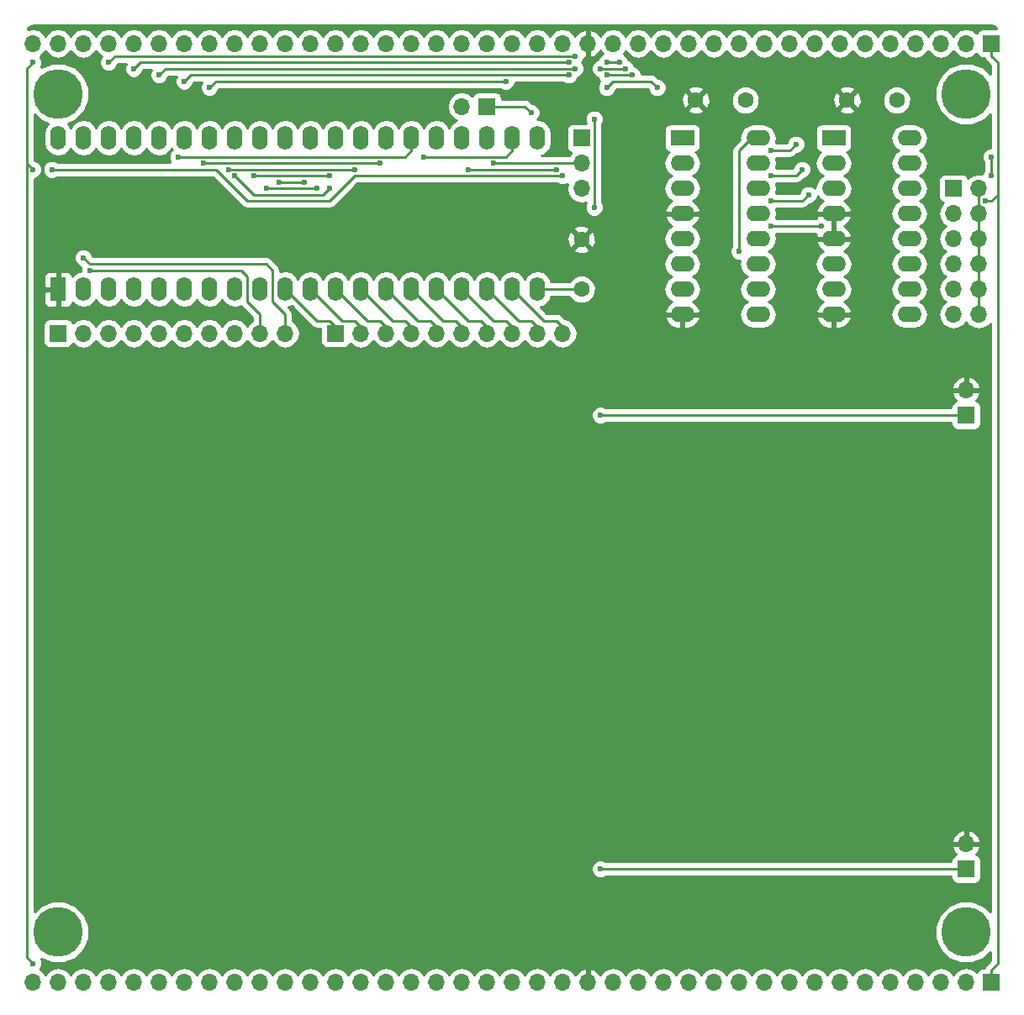
<source format=gbl>
G04 #@! TF.FileFunction,Copper,L2,Bot,Signal*
%FSLAX46Y46*%
G04 Gerber Fmt 4.6, Leading zero omitted, Abs format (unit mm)*
G04 Created by KiCad (PCBNEW 4.0.7) date 12/04/19 22:34:12*
%MOMM*%
%LPD*%
G01*
G04 APERTURE LIST*
%ADD10C,0.100000*%
%ADD11R,1.700000X1.700000*%
%ADD12O,1.700000X1.700000*%
%ADD13C,5.000000*%
%ADD14C,1.600000*%
%ADD15R,2.400000X1.600000*%
%ADD16O,2.400000X1.600000*%
%ADD17R,1.600000X2.400000*%
%ADD18O,1.600000X2.400000*%
%ADD19C,0.600000*%
%ADD20C,0.250000*%
%ADD21C,0.254000*%
G04 APERTURE END LIST*
D10*
D11*
X198120000Y-145415000D03*
D12*
X195580000Y-145415000D03*
X193040000Y-145415000D03*
X190500000Y-145415000D03*
X187960000Y-145415000D03*
X185420000Y-145415000D03*
X182880000Y-145415000D03*
X180340000Y-145415000D03*
X177800000Y-145415000D03*
X175260000Y-145415000D03*
X172720000Y-145415000D03*
X170180000Y-145415000D03*
X167640000Y-145415000D03*
X165100000Y-145415000D03*
X162560000Y-145415000D03*
X160020000Y-145415000D03*
X157480000Y-145415000D03*
X154940000Y-145415000D03*
X152400000Y-145415000D03*
X149860000Y-145415000D03*
X147320000Y-145415000D03*
X144780000Y-145415000D03*
X142240000Y-145415000D03*
X139700000Y-145415000D03*
X137160000Y-145415000D03*
X134620000Y-145415000D03*
X132080000Y-145415000D03*
X129540000Y-145415000D03*
X127000000Y-145415000D03*
X124460000Y-145415000D03*
X121920000Y-145415000D03*
X119380000Y-145415000D03*
X116840000Y-145415000D03*
X114300000Y-145415000D03*
X111760000Y-145415000D03*
X109220000Y-145415000D03*
X106680000Y-145415000D03*
X104140000Y-145415000D03*
X101600000Y-145415000D03*
D13*
X104140000Y-140335000D03*
X195580000Y-140335000D03*
X195580000Y-55880000D03*
X104140000Y-55880000D03*
D11*
X198120000Y-50800000D03*
D12*
X195580000Y-50800000D03*
X193040000Y-50800000D03*
X190500000Y-50800000D03*
X187960000Y-50800000D03*
X185420000Y-50800000D03*
X182880000Y-50800000D03*
X180340000Y-50800000D03*
X177800000Y-50800000D03*
X175260000Y-50800000D03*
X172720000Y-50800000D03*
X170180000Y-50800000D03*
X167640000Y-50800000D03*
X165100000Y-50800000D03*
X162560000Y-50800000D03*
X160020000Y-50800000D03*
X157480000Y-50800000D03*
X154940000Y-50800000D03*
X152400000Y-50800000D03*
X149860000Y-50800000D03*
X147320000Y-50800000D03*
X144780000Y-50800000D03*
X142240000Y-50800000D03*
X139700000Y-50800000D03*
X137160000Y-50800000D03*
X134620000Y-50800000D03*
X132080000Y-50800000D03*
X129540000Y-50800000D03*
X127000000Y-50800000D03*
X124460000Y-50800000D03*
X121920000Y-50800000D03*
X119380000Y-50800000D03*
X116840000Y-50800000D03*
X114300000Y-50800000D03*
X111760000Y-50800000D03*
X109220000Y-50800000D03*
X106680000Y-50800000D03*
X104140000Y-50800000D03*
X101600000Y-50800000D03*
D14*
X156845000Y-75565000D03*
X156845000Y-70565000D03*
X173355000Y-56515000D03*
X168355000Y-56515000D03*
X188595000Y-56515000D03*
X183595000Y-56515000D03*
D11*
X194310000Y-65405000D03*
D12*
X196850000Y-65405000D03*
X194310000Y-67945000D03*
X196850000Y-67945000D03*
X194310000Y-70485000D03*
X196850000Y-70485000D03*
X194310000Y-73025000D03*
X196850000Y-73025000D03*
X194310000Y-75565000D03*
X196850000Y-75565000D03*
X194310000Y-78105000D03*
X196850000Y-78105000D03*
D11*
X104140000Y-80010000D03*
D12*
X106680000Y-80010000D03*
X109220000Y-80010000D03*
X111760000Y-80010000D03*
X114300000Y-80010000D03*
X116840000Y-80010000D03*
X119380000Y-80010000D03*
X121920000Y-80010000D03*
X124460000Y-80010000D03*
X127000000Y-80010000D03*
D11*
X132080000Y-80010000D03*
D12*
X134620000Y-80010000D03*
X137160000Y-80010000D03*
X139700000Y-80010000D03*
X142240000Y-80010000D03*
X144780000Y-80010000D03*
X147320000Y-80010000D03*
X149860000Y-80010000D03*
X152400000Y-80010000D03*
X154940000Y-80010000D03*
D11*
X195580000Y-133985000D03*
D12*
X195580000Y-131445000D03*
D11*
X195580000Y-88265000D03*
D12*
X195580000Y-85725000D03*
D11*
X147320000Y-57150000D03*
D12*
X144780000Y-57150000D03*
D11*
X156845000Y-60325000D03*
D12*
X156845000Y-62865000D03*
X156845000Y-65405000D03*
D15*
X182245000Y-60325000D03*
D16*
X189865000Y-78105000D03*
X182245000Y-62865000D03*
X189865000Y-75565000D03*
X182245000Y-65405000D03*
X189865000Y-73025000D03*
X182245000Y-67945000D03*
X189865000Y-70485000D03*
X182245000Y-70485000D03*
X189865000Y-67945000D03*
X182245000Y-73025000D03*
X189865000Y-65405000D03*
X182245000Y-75565000D03*
X189865000Y-62865000D03*
X182245000Y-78105000D03*
X189865000Y-60325000D03*
D17*
X104140000Y-75565000D03*
D18*
X152400000Y-60325000D03*
X106680000Y-75565000D03*
X149860000Y-60325000D03*
X109220000Y-75565000D03*
X147320000Y-60325000D03*
X111760000Y-75565000D03*
X144780000Y-60325000D03*
X114300000Y-75565000D03*
X142240000Y-60325000D03*
X116840000Y-75565000D03*
X139700000Y-60325000D03*
X119380000Y-75565000D03*
X137160000Y-60325000D03*
X121920000Y-75565000D03*
X134620000Y-60325000D03*
X124460000Y-75565000D03*
X132080000Y-60325000D03*
X127000000Y-75565000D03*
X129540000Y-60325000D03*
X129540000Y-75565000D03*
X127000000Y-60325000D03*
X132080000Y-75565000D03*
X124460000Y-60325000D03*
X134620000Y-75565000D03*
X121920000Y-60325000D03*
X137160000Y-75565000D03*
X119380000Y-60325000D03*
X139700000Y-75565000D03*
X116840000Y-60325000D03*
X142240000Y-75565000D03*
X114300000Y-60325000D03*
X144780000Y-75565000D03*
X111760000Y-60325000D03*
X147320000Y-75565000D03*
X109220000Y-60325000D03*
X149860000Y-75565000D03*
X106680000Y-60325000D03*
X152400000Y-75565000D03*
X104140000Y-60325000D03*
D15*
X167005000Y-60325000D03*
D16*
X174625000Y-78105000D03*
X167005000Y-62865000D03*
X174625000Y-75565000D03*
X167005000Y-65405000D03*
X174625000Y-73025000D03*
X167005000Y-67945000D03*
X174625000Y-70485000D03*
X167005000Y-70485000D03*
X174625000Y-67945000D03*
X167005000Y-73025000D03*
X174625000Y-65405000D03*
X167005000Y-75565000D03*
X174625000Y-62865000D03*
X167005000Y-78105000D03*
X174625000Y-60325000D03*
D19*
X158750000Y-133985000D03*
X158750000Y-88265000D03*
X158115000Y-67310000D03*
X158115000Y-58420000D03*
X154305000Y-63500000D03*
X145415000Y-63500000D03*
X172720000Y-71755000D03*
X197485000Y-66675000D03*
X198120000Y-62230000D03*
X198120000Y-64135000D03*
X179705000Y-66040000D03*
X175895000Y-66675000D03*
X179070000Y-63500000D03*
X175895000Y-64135000D03*
X178435000Y-60960000D03*
X175895000Y-61595000D03*
X155575000Y-53975000D03*
X116840000Y-54610000D03*
X161925000Y-53975000D03*
X159385000Y-53975000D03*
X156210000Y-53340000D03*
X114300000Y-53975000D03*
X161290000Y-53340000D03*
X158750000Y-53340000D03*
X155575000Y-52705000D03*
X111760000Y-53340000D03*
X160655000Y-52705000D03*
X159385000Y-52705000D03*
X156210000Y-52070000D03*
X109220000Y-52705000D03*
X140970000Y-62230000D03*
X121920000Y-64135000D03*
X131445000Y-65405000D03*
X125095000Y-65405000D03*
X130175000Y-65405000D03*
X126365000Y-64770000D03*
X128905000Y-64770000D03*
X123825000Y-64135000D03*
X131445000Y-64135000D03*
X121285000Y-63500000D03*
X133985000Y-63500000D03*
X118745000Y-62865000D03*
X136525000Y-62865000D03*
X116205000Y-62230000D03*
X119380000Y-55245000D03*
X149225000Y-54610000D03*
X154940000Y-64135000D03*
X103505000Y-63500000D03*
X101600000Y-63500000D03*
X101600000Y-143510000D03*
X101600000Y-52705000D03*
X175895000Y-69215000D03*
X180975000Y-69215000D03*
X107315000Y-73660000D03*
X106680000Y-72390000D03*
X151765000Y-57785000D03*
X159385000Y-55245000D03*
X164465000Y-55245000D03*
X147955000Y-62865000D03*
D20*
X156845000Y-75565000D02*
X152400000Y-75565000D01*
X158115000Y-67310000D02*
X158115000Y-58420000D01*
X153670000Y-63500000D02*
X154305000Y-63500000D01*
X145415000Y-63500000D02*
X153670000Y-63500000D01*
X195580000Y-88265000D02*
X158750000Y-88265000D01*
X172720000Y-61595000D02*
X173990000Y-60325000D01*
X172720000Y-71755000D02*
X172720000Y-61595000D01*
X173990000Y-60325000D02*
X174625000Y-60325000D01*
X158750000Y-133985000D02*
X195580000Y-133985000D01*
X197485000Y-66675000D02*
X198120000Y-66675000D01*
X198120000Y-66675000D02*
X198755000Y-66040000D01*
X198755000Y-143510000D02*
X198120000Y-144145000D01*
X198755000Y-52705000D02*
X198755000Y-66040000D01*
X198755000Y-66040000D02*
X198755000Y-143510000D01*
X198120000Y-50800000D02*
X198120000Y-52070000D01*
X198755000Y-52705000D02*
X198120000Y-52070000D01*
X198120000Y-144145000D02*
X198120000Y-145415000D01*
X198120000Y-50800000D02*
X198120000Y-51435000D01*
X198120000Y-62230000D02*
X198120000Y-64135000D01*
X179070000Y-66675000D02*
X179705000Y-66040000D01*
X175895000Y-66675000D02*
X179070000Y-66675000D01*
X178435000Y-64135000D02*
X179070000Y-63500000D01*
X175895000Y-64135000D02*
X178435000Y-64135000D01*
X177800000Y-61595000D02*
X178435000Y-60960000D01*
X175895000Y-61595000D02*
X177800000Y-61595000D01*
X155575000Y-53975000D02*
X117475000Y-53975000D01*
X117475000Y-53975000D02*
X116840000Y-54610000D01*
X159385000Y-53975000D02*
X161925000Y-53975000D01*
X156210000Y-53340000D02*
X114935000Y-53340000D01*
X114935000Y-53340000D02*
X114300000Y-53975000D01*
X158750000Y-53340000D02*
X161290000Y-53340000D01*
X111760000Y-53340000D02*
X112395000Y-52705000D01*
X112395000Y-52705000D02*
X155575000Y-52705000D01*
X159385000Y-52705000D02*
X160655000Y-52705000D01*
X156210000Y-52070000D02*
X109855000Y-52070000D01*
X109855000Y-52070000D02*
X109220000Y-52705000D01*
X149860000Y-60325000D02*
X149860000Y-61595000D01*
X149225000Y-62230000D02*
X140970000Y-62230000D01*
X149860000Y-61595000D02*
X149225000Y-62230000D01*
X123825000Y-66040000D02*
X124460000Y-66040000D01*
X121920000Y-64135000D02*
X123825000Y-66040000D01*
X124460000Y-66040000D02*
X130810000Y-66040000D01*
X130810000Y-66040000D02*
X131445000Y-65405000D01*
X125095000Y-65405000D02*
X125730000Y-65405000D01*
X129540000Y-65405000D02*
X130175000Y-65405000D01*
X125730000Y-65405000D02*
X129540000Y-65405000D01*
X128905000Y-64770000D02*
X126365000Y-64770000D01*
X131445000Y-64135000D02*
X123825000Y-64135000D01*
X133985000Y-63500000D02*
X121285000Y-63500000D01*
X136525000Y-62865000D02*
X118745000Y-62865000D01*
X139700000Y-60325000D02*
X139700000Y-61595000D01*
X139065000Y-62230000D02*
X116205000Y-62230000D01*
X139700000Y-61595000D02*
X139065000Y-62230000D01*
X120015000Y-54610000D02*
X119380000Y-55245000D01*
X149225000Y-54610000D02*
X120015000Y-54610000D01*
X154305000Y-64135000D02*
X154940000Y-64135000D01*
X123190000Y-66675000D02*
X120015000Y-63500000D01*
X120015000Y-63500000D02*
X116205000Y-63500000D01*
X154305000Y-64135000D02*
X133985000Y-64135000D01*
X133985000Y-64135000D02*
X131445000Y-66675000D01*
X131445000Y-66675000D02*
X128905000Y-66675000D01*
X128905000Y-66675000D02*
X123190000Y-66675000D01*
X101600000Y-63500000D02*
X100965000Y-62865000D01*
X116205000Y-63500000D02*
X103505000Y-63500000D01*
X100965000Y-138430000D02*
X100965000Y-142240000D01*
X101600000Y-143510000D02*
X100965000Y-142875000D01*
X100965000Y-142875000D02*
X100965000Y-142240000D01*
X100965000Y-138430000D02*
X100965000Y-137795000D01*
X100965000Y-62865000D02*
X100965000Y-137795000D01*
X100965000Y-58420000D02*
X100965000Y-61595000D01*
X100965000Y-57785000D02*
X100965000Y-58420000D01*
X100965000Y-53340000D02*
X100965000Y-57785000D01*
X101600000Y-52705000D02*
X100965000Y-53340000D01*
X100965000Y-61595000D02*
X100965000Y-62865000D01*
X175895000Y-69215000D02*
X180975000Y-69215000D01*
X196850000Y-67945000D02*
X196850000Y-65405000D01*
X196850000Y-70485000D02*
X196850000Y-67945000D01*
X196850000Y-73025000D02*
X196850000Y-70485000D01*
X196850000Y-75565000D02*
X196850000Y-73025000D01*
X196850000Y-78105000D02*
X196850000Y-75565000D01*
X123190000Y-76835000D02*
X124460000Y-78105000D01*
X107315000Y-73660000D02*
X122555000Y-73660000D01*
X122555000Y-73660000D02*
X123190000Y-74295000D01*
X123190000Y-74295000D02*
X123190000Y-76835000D01*
X124460000Y-78105000D02*
X124460000Y-80010000D01*
X107950000Y-73025000D02*
X107315000Y-73025000D01*
X107315000Y-73025000D02*
X106680000Y-72390000D01*
X127000000Y-80010000D02*
X127000000Y-78105000D01*
X125095000Y-73025000D02*
X107950000Y-73025000D01*
X125730000Y-73660000D02*
X125095000Y-73025000D01*
X125730000Y-76835000D02*
X125730000Y-73660000D01*
X127000000Y-78105000D02*
X125730000Y-76835000D01*
X132080000Y-80010000D02*
X132080000Y-79375000D01*
X132080000Y-79375000D02*
X131445000Y-78740000D01*
X131445000Y-78740000D02*
X130175000Y-78740000D01*
X127000000Y-75565000D02*
X130175000Y-78740000D01*
X129540000Y-75565000D02*
X132715000Y-78740000D01*
X133985000Y-78740000D02*
X134620000Y-79375000D01*
X132715000Y-78740000D02*
X133985000Y-78740000D01*
X134620000Y-79375000D02*
X134620000Y-80010000D01*
X132080000Y-75565000D02*
X135255000Y-78740000D01*
X136525000Y-78740000D02*
X137160000Y-79375000D01*
X135255000Y-78740000D02*
X136525000Y-78740000D01*
X137160000Y-79375000D02*
X137160000Y-80010000D01*
X134620000Y-75565000D02*
X137795000Y-78740000D01*
X139065000Y-78740000D02*
X139700000Y-79375000D01*
X137795000Y-78740000D02*
X139065000Y-78740000D01*
X139700000Y-79375000D02*
X139700000Y-80010000D01*
X137160000Y-75565000D02*
X140335000Y-78740000D01*
X141605000Y-78740000D02*
X142240000Y-79375000D01*
X140335000Y-78740000D02*
X141605000Y-78740000D01*
X142240000Y-79375000D02*
X142240000Y-80010000D01*
X139700000Y-75565000D02*
X142875000Y-78740000D01*
X144145000Y-78740000D02*
X144780000Y-79375000D01*
X142875000Y-78740000D02*
X144145000Y-78740000D01*
X144780000Y-79375000D02*
X144780000Y-80010000D01*
X142240000Y-75565000D02*
X145415000Y-78740000D01*
X146685000Y-78740000D02*
X147320000Y-79375000D01*
X145415000Y-78740000D02*
X146685000Y-78740000D01*
X147320000Y-79375000D02*
X147320000Y-80010000D01*
X144780000Y-75565000D02*
X147955000Y-78740000D01*
X149225000Y-78740000D02*
X149860000Y-79375000D01*
X147955000Y-78740000D02*
X149225000Y-78740000D01*
X149860000Y-79375000D02*
X149860000Y-80010000D01*
X147320000Y-75565000D02*
X150495000Y-78740000D01*
X151765000Y-78740000D02*
X152400000Y-79375000D01*
X150495000Y-78740000D02*
X151765000Y-78740000D01*
X152400000Y-79375000D02*
X152400000Y-80010000D01*
X149860000Y-75565000D02*
X153035000Y-78740000D01*
X154305000Y-78740000D02*
X154940000Y-79375000D01*
X153035000Y-78740000D02*
X154305000Y-78740000D01*
X154940000Y-79375000D02*
X154940000Y-80010000D01*
X147320000Y-57150000D02*
X151130000Y-57150000D01*
X151130000Y-57150000D02*
X151765000Y-57785000D01*
X160020000Y-54610000D02*
X159385000Y-55245000D01*
X160020000Y-54610000D02*
X163830000Y-54610000D01*
X163830000Y-54610000D02*
X164465000Y-55245000D01*
X156845000Y-62865000D02*
X147955000Y-62865000D01*
D21*
G36*
X198328979Y-49025478D02*
X198506145Y-49143856D01*
X198612187Y-49302560D01*
X197270000Y-49302560D01*
X197034683Y-49346838D01*
X196818559Y-49485910D01*
X196673569Y-49698110D01*
X196659914Y-49765541D01*
X196630054Y-49720853D01*
X196148285Y-49398946D01*
X195580000Y-49285907D01*
X195011715Y-49398946D01*
X194529946Y-49720853D01*
X194310000Y-50050026D01*
X194090054Y-49720853D01*
X193608285Y-49398946D01*
X193040000Y-49285907D01*
X192471715Y-49398946D01*
X191989946Y-49720853D01*
X191770000Y-50050026D01*
X191550054Y-49720853D01*
X191068285Y-49398946D01*
X190500000Y-49285907D01*
X189931715Y-49398946D01*
X189449946Y-49720853D01*
X189230000Y-50050026D01*
X189010054Y-49720853D01*
X188528285Y-49398946D01*
X187960000Y-49285907D01*
X187391715Y-49398946D01*
X186909946Y-49720853D01*
X186690000Y-50050026D01*
X186470054Y-49720853D01*
X185988285Y-49398946D01*
X185420000Y-49285907D01*
X184851715Y-49398946D01*
X184369946Y-49720853D01*
X184150000Y-50050026D01*
X183930054Y-49720853D01*
X183448285Y-49398946D01*
X182880000Y-49285907D01*
X182311715Y-49398946D01*
X181829946Y-49720853D01*
X181610000Y-50050026D01*
X181390054Y-49720853D01*
X180908285Y-49398946D01*
X180340000Y-49285907D01*
X179771715Y-49398946D01*
X179289946Y-49720853D01*
X179070000Y-50050026D01*
X178850054Y-49720853D01*
X178368285Y-49398946D01*
X177800000Y-49285907D01*
X177231715Y-49398946D01*
X176749946Y-49720853D01*
X176530000Y-50050026D01*
X176310054Y-49720853D01*
X175828285Y-49398946D01*
X175260000Y-49285907D01*
X174691715Y-49398946D01*
X174209946Y-49720853D01*
X173990000Y-50050026D01*
X173770054Y-49720853D01*
X173288285Y-49398946D01*
X172720000Y-49285907D01*
X172151715Y-49398946D01*
X171669946Y-49720853D01*
X171450000Y-50050026D01*
X171230054Y-49720853D01*
X170748285Y-49398946D01*
X170180000Y-49285907D01*
X169611715Y-49398946D01*
X169129946Y-49720853D01*
X168910000Y-50050026D01*
X168690054Y-49720853D01*
X168208285Y-49398946D01*
X167640000Y-49285907D01*
X167071715Y-49398946D01*
X166589946Y-49720853D01*
X166370000Y-50050026D01*
X166150054Y-49720853D01*
X165668285Y-49398946D01*
X165100000Y-49285907D01*
X164531715Y-49398946D01*
X164049946Y-49720853D01*
X163830000Y-50050026D01*
X163610054Y-49720853D01*
X163128285Y-49398946D01*
X162560000Y-49285907D01*
X161991715Y-49398946D01*
X161509946Y-49720853D01*
X161290000Y-50050026D01*
X161070054Y-49720853D01*
X160588285Y-49398946D01*
X160020000Y-49285907D01*
X159451715Y-49398946D01*
X158969946Y-49720853D01*
X158742298Y-50061553D01*
X158675183Y-49918642D01*
X158246924Y-49528355D01*
X157836890Y-49358524D01*
X157607000Y-49479845D01*
X157607000Y-50673000D01*
X157627000Y-50673000D01*
X157627000Y-50927000D01*
X157607000Y-50927000D01*
X157607000Y-52120155D01*
X157836890Y-52241476D01*
X158246924Y-52071645D01*
X158675183Y-51681358D01*
X158742298Y-51538447D01*
X158962447Y-51867924D01*
X158856057Y-51911883D01*
X158592808Y-52174673D01*
X158483235Y-52438554D01*
X158221057Y-52546883D01*
X157957808Y-52809673D01*
X157815162Y-53153201D01*
X157814838Y-53525167D01*
X157956883Y-53868943D01*
X158219673Y-54132192D01*
X158483554Y-54241765D01*
X158591883Y-54503943D01*
X158697710Y-54609954D01*
X158592808Y-54714673D01*
X158450162Y-55058201D01*
X158449838Y-55430167D01*
X158591883Y-55773943D01*
X158854673Y-56037192D01*
X159198201Y-56179838D01*
X159570167Y-56180162D01*
X159913943Y-56038117D01*
X160177192Y-55775327D01*
X160319838Y-55431799D01*
X160319879Y-55384923D01*
X160334802Y-55370000D01*
X163515198Y-55370000D01*
X163529878Y-55384680D01*
X163529838Y-55430167D01*
X163671883Y-55773943D01*
X163934673Y-56037192D01*
X164278201Y-56179838D01*
X164650167Y-56180162D01*
X164993943Y-56038117D01*
X165257192Y-55775327D01*
X165368505Y-55507255D01*
X167526861Y-55507255D01*
X168355000Y-56335395D01*
X169183139Y-55507255D01*
X169109005Y-55261136D01*
X168571777Y-55068035D01*
X168001546Y-55095222D01*
X167600995Y-55261136D01*
X167526861Y-55507255D01*
X165368505Y-55507255D01*
X165399838Y-55431799D01*
X165400162Y-55059833D01*
X165258117Y-54716057D01*
X164995327Y-54452808D01*
X164651799Y-54310162D01*
X164604923Y-54310121D01*
X164367401Y-54072599D01*
X164120839Y-53907852D01*
X163830000Y-53850000D01*
X162860110Y-53850000D01*
X162860162Y-53789833D01*
X162718117Y-53446057D01*
X162455327Y-53182808D01*
X162191446Y-53073235D01*
X162083117Y-52811057D01*
X161820327Y-52547808D01*
X161556446Y-52438235D01*
X161448117Y-52176057D01*
X161185327Y-51912808D01*
X161077484Y-51868027D01*
X161290000Y-51549974D01*
X161509946Y-51879147D01*
X161991715Y-52201054D01*
X162560000Y-52314093D01*
X163128285Y-52201054D01*
X163610054Y-51879147D01*
X163830000Y-51549974D01*
X164049946Y-51879147D01*
X164531715Y-52201054D01*
X165100000Y-52314093D01*
X165668285Y-52201054D01*
X166150054Y-51879147D01*
X166370000Y-51549974D01*
X166589946Y-51879147D01*
X167071715Y-52201054D01*
X167640000Y-52314093D01*
X168208285Y-52201054D01*
X168690054Y-51879147D01*
X168910000Y-51549974D01*
X169129946Y-51879147D01*
X169611715Y-52201054D01*
X170180000Y-52314093D01*
X170748285Y-52201054D01*
X171230054Y-51879147D01*
X171450000Y-51549974D01*
X171669946Y-51879147D01*
X172151715Y-52201054D01*
X172720000Y-52314093D01*
X173288285Y-52201054D01*
X173770054Y-51879147D01*
X173990000Y-51549974D01*
X174209946Y-51879147D01*
X174691715Y-52201054D01*
X175260000Y-52314093D01*
X175828285Y-52201054D01*
X176310054Y-51879147D01*
X176530000Y-51549974D01*
X176749946Y-51879147D01*
X177231715Y-52201054D01*
X177800000Y-52314093D01*
X178368285Y-52201054D01*
X178850054Y-51879147D01*
X179070000Y-51549974D01*
X179289946Y-51879147D01*
X179771715Y-52201054D01*
X180340000Y-52314093D01*
X180908285Y-52201054D01*
X181390054Y-51879147D01*
X181610000Y-51549974D01*
X181829946Y-51879147D01*
X182311715Y-52201054D01*
X182880000Y-52314093D01*
X183448285Y-52201054D01*
X183930054Y-51879147D01*
X184150000Y-51549974D01*
X184369946Y-51879147D01*
X184851715Y-52201054D01*
X185420000Y-52314093D01*
X185988285Y-52201054D01*
X186470054Y-51879147D01*
X186690000Y-51549974D01*
X186909946Y-51879147D01*
X187391715Y-52201054D01*
X187960000Y-52314093D01*
X188528285Y-52201054D01*
X189010054Y-51879147D01*
X189230000Y-51549974D01*
X189449946Y-51879147D01*
X189931715Y-52201054D01*
X190500000Y-52314093D01*
X191068285Y-52201054D01*
X191550054Y-51879147D01*
X191770000Y-51549974D01*
X191989946Y-51879147D01*
X192471715Y-52201054D01*
X193040000Y-52314093D01*
X193608285Y-52201054D01*
X194090054Y-51879147D01*
X194310000Y-51549974D01*
X194529946Y-51879147D01*
X195011715Y-52201054D01*
X195580000Y-52314093D01*
X196148285Y-52201054D01*
X196630054Y-51879147D01*
X196657850Y-51837548D01*
X196666838Y-51885317D01*
X196805910Y-52101441D01*
X197018110Y-52246431D01*
X197270000Y-52297440D01*
X197405241Y-52297440D01*
X197417852Y-52360839D01*
X197582599Y-52607401D01*
X197995000Y-53019802D01*
X197995000Y-53861785D01*
X197358153Y-53223826D01*
X196206326Y-52745546D01*
X194959146Y-52744457D01*
X193806485Y-53220727D01*
X192923826Y-54101847D01*
X192445546Y-55253674D01*
X192444457Y-56500854D01*
X192920727Y-57653515D01*
X193801847Y-58536174D01*
X194953674Y-59014454D01*
X196200854Y-59015543D01*
X197353515Y-58539273D01*
X197995000Y-57898906D01*
X197995000Y-61294890D01*
X197934833Y-61294838D01*
X197591057Y-61436883D01*
X197327808Y-61699673D01*
X197185162Y-62043201D01*
X197184838Y-62415167D01*
X197326883Y-62758943D01*
X197360000Y-62792118D01*
X197360000Y-63572537D01*
X197327808Y-63604673D01*
X197185162Y-63948201D01*
X197185134Y-63980875D01*
X196879093Y-63920000D01*
X196820907Y-63920000D01*
X196252622Y-64033039D01*
X195770853Y-64354946D01*
X195770029Y-64356179D01*
X195763162Y-64319683D01*
X195624090Y-64103559D01*
X195411890Y-63958569D01*
X195160000Y-63907560D01*
X193460000Y-63907560D01*
X193224683Y-63951838D01*
X193008559Y-64090910D01*
X192863569Y-64303110D01*
X192812560Y-64555000D01*
X192812560Y-66255000D01*
X192856838Y-66490317D01*
X192995910Y-66706441D01*
X193208110Y-66851431D01*
X193275541Y-66865086D01*
X193230853Y-66894946D01*
X192908946Y-67376715D01*
X192795907Y-67945000D01*
X192908946Y-68513285D01*
X193230853Y-68995054D01*
X193560026Y-69215000D01*
X193230853Y-69434946D01*
X192908946Y-69916715D01*
X192795907Y-70485000D01*
X192908946Y-71053285D01*
X193230853Y-71535054D01*
X193560026Y-71755000D01*
X193230853Y-71974946D01*
X192908946Y-72456715D01*
X192795907Y-73025000D01*
X192908946Y-73593285D01*
X193230853Y-74075054D01*
X193560026Y-74295000D01*
X193230853Y-74514946D01*
X192908946Y-74996715D01*
X192795907Y-75565000D01*
X192908946Y-76133285D01*
X193230853Y-76615054D01*
X193560026Y-76835000D01*
X193230853Y-77054946D01*
X192908946Y-77536715D01*
X192795907Y-78105000D01*
X192908946Y-78673285D01*
X193230853Y-79155054D01*
X193712622Y-79476961D01*
X194280907Y-79590000D01*
X194339093Y-79590000D01*
X194907378Y-79476961D01*
X195389147Y-79155054D01*
X195580000Y-78869422D01*
X195770853Y-79155054D01*
X196252622Y-79476961D01*
X196820907Y-79590000D01*
X196879093Y-79590000D01*
X197447378Y-79476961D01*
X197929147Y-79155054D01*
X197995000Y-79056498D01*
X197995000Y-138316785D01*
X197358153Y-137678826D01*
X196206326Y-137200546D01*
X194959146Y-137199457D01*
X193806485Y-137675727D01*
X192923826Y-138556847D01*
X192445546Y-139708674D01*
X192444457Y-140955854D01*
X192920727Y-142108515D01*
X193801847Y-142991174D01*
X194953674Y-143469454D01*
X196200854Y-143470543D01*
X197353515Y-142994273D01*
X197995000Y-142353906D01*
X197995000Y-143195198D01*
X197582599Y-143607599D01*
X197417852Y-143854161D01*
X197405241Y-143917560D01*
X197270000Y-143917560D01*
X197034683Y-143961838D01*
X196818559Y-144100910D01*
X196673569Y-144313110D01*
X196659914Y-144380541D01*
X196630054Y-144335853D01*
X196148285Y-144013946D01*
X195580000Y-143900907D01*
X195011715Y-144013946D01*
X194529946Y-144335853D01*
X194310000Y-144665026D01*
X194090054Y-144335853D01*
X193608285Y-144013946D01*
X193040000Y-143900907D01*
X192471715Y-144013946D01*
X191989946Y-144335853D01*
X191770000Y-144665026D01*
X191550054Y-144335853D01*
X191068285Y-144013946D01*
X190500000Y-143900907D01*
X189931715Y-144013946D01*
X189449946Y-144335853D01*
X189230000Y-144665026D01*
X189010054Y-144335853D01*
X188528285Y-144013946D01*
X187960000Y-143900907D01*
X187391715Y-144013946D01*
X186909946Y-144335853D01*
X186690000Y-144665026D01*
X186470054Y-144335853D01*
X185988285Y-144013946D01*
X185420000Y-143900907D01*
X184851715Y-144013946D01*
X184369946Y-144335853D01*
X184150000Y-144665026D01*
X183930054Y-144335853D01*
X183448285Y-144013946D01*
X182880000Y-143900907D01*
X182311715Y-144013946D01*
X181829946Y-144335853D01*
X181610000Y-144665026D01*
X181390054Y-144335853D01*
X180908285Y-144013946D01*
X180340000Y-143900907D01*
X179771715Y-144013946D01*
X179289946Y-144335853D01*
X179070000Y-144665026D01*
X178850054Y-144335853D01*
X178368285Y-144013946D01*
X177800000Y-143900907D01*
X177231715Y-144013946D01*
X176749946Y-144335853D01*
X176530000Y-144665026D01*
X176310054Y-144335853D01*
X175828285Y-144013946D01*
X175260000Y-143900907D01*
X174691715Y-144013946D01*
X174209946Y-144335853D01*
X173990000Y-144665026D01*
X173770054Y-144335853D01*
X173288285Y-144013946D01*
X172720000Y-143900907D01*
X172151715Y-144013946D01*
X171669946Y-144335853D01*
X171450000Y-144665026D01*
X171230054Y-144335853D01*
X170748285Y-144013946D01*
X170180000Y-143900907D01*
X169611715Y-144013946D01*
X169129946Y-144335853D01*
X168910000Y-144665026D01*
X168690054Y-144335853D01*
X168208285Y-144013946D01*
X167640000Y-143900907D01*
X167071715Y-144013946D01*
X166589946Y-144335853D01*
X166370000Y-144665026D01*
X166150054Y-144335853D01*
X165668285Y-144013946D01*
X165100000Y-143900907D01*
X164531715Y-144013946D01*
X164049946Y-144335853D01*
X163830000Y-144665026D01*
X163610054Y-144335853D01*
X163128285Y-144013946D01*
X162560000Y-143900907D01*
X161991715Y-144013946D01*
X161509946Y-144335853D01*
X161290000Y-144665026D01*
X161070054Y-144335853D01*
X160588285Y-144013946D01*
X160020000Y-143900907D01*
X159451715Y-144013946D01*
X158969946Y-144335853D01*
X158742298Y-144676553D01*
X158675183Y-144533642D01*
X158246924Y-144143355D01*
X157836890Y-143973524D01*
X157607000Y-144094845D01*
X157607000Y-145288000D01*
X157627000Y-145288000D01*
X157627000Y-145542000D01*
X157607000Y-145542000D01*
X157607000Y-145562000D01*
X157353000Y-145562000D01*
X157353000Y-145542000D01*
X157333000Y-145542000D01*
X157333000Y-145288000D01*
X157353000Y-145288000D01*
X157353000Y-144094845D01*
X157123110Y-143973524D01*
X156713076Y-144143355D01*
X156284817Y-144533642D01*
X156217702Y-144676553D01*
X155990054Y-144335853D01*
X155508285Y-144013946D01*
X154940000Y-143900907D01*
X154371715Y-144013946D01*
X153889946Y-144335853D01*
X153670000Y-144665026D01*
X153450054Y-144335853D01*
X152968285Y-144013946D01*
X152400000Y-143900907D01*
X151831715Y-144013946D01*
X151349946Y-144335853D01*
X151130000Y-144665026D01*
X150910054Y-144335853D01*
X150428285Y-144013946D01*
X149860000Y-143900907D01*
X149291715Y-144013946D01*
X148809946Y-144335853D01*
X148590000Y-144665026D01*
X148370054Y-144335853D01*
X147888285Y-144013946D01*
X147320000Y-143900907D01*
X146751715Y-144013946D01*
X146269946Y-144335853D01*
X146050000Y-144665026D01*
X145830054Y-144335853D01*
X145348285Y-144013946D01*
X144780000Y-143900907D01*
X144211715Y-144013946D01*
X143729946Y-144335853D01*
X143510000Y-144665026D01*
X143290054Y-144335853D01*
X142808285Y-144013946D01*
X142240000Y-143900907D01*
X141671715Y-144013946D01*
X141189946Y-144335853D01*
X140970000Y-144665026D01*
X140750054Y-144335853D01*
X140268285Y-144013946D01*
X139700000Y-143900907D01*
X139131715Y-144013946D01*
X138649946Y-144335853D01*
X138430000Y-144665026D01*
X138210054Y-144335853D01*
X137728285Y-144013946D01*
X137160000Y-143900907D01*
X136591715Y-144013946D01*
X136109946Y-144335853D01*
X135890000Y-144665026D01*
X135670054Y-144335853D01*
X135188285Y-144013946D01*
X134620000Y-143900907D01*
X134051715Y-144013946D01*
X133569946Y-144335853D01*
X133350000Y-144665026D01*
X133130054Y-144335853D01*
X132648285Y-144013946D01*
X132080000Y-143900907D01*
X131511715Y-144013946D01*
X131029946Y-144335853D01*
X130810000Y-144665026D01*
X130590054Y-144335853D01*
X130108285Y-144013946D01*
X129540000Y-143900907D01*
X128971715Y-144013946D01*
X128489946Y-144335853D01*
X128270000Y-144665026D01*
X128050054Y-144335853D01*
X127568285Y-144013946D01*
X127000000Y-143900907D01*
X126431715Y-144013946D01*
X125949946Y-144335853D01*
X125730000Y-144665026D01*
X125510054Y-144335853D01*
X125028285Y-144013946D01*
X124460000Y-143900907D01*
X123891715Y-144013946D01*
X123409946Y-144335853D01*
X123190000Y-144665026D01*
X122970054Y-144335853D01*
X122488285Y-144013946D01*
X121920000Y-143900907D01*
X121351715Y-144013946D01*
X120869946Y-144335853D01*
X120650000Y-144665026D01*
X120430054Y-144335853D01*
X119948285Y-144013946D01*
X119380000Y-143900907D01*
X118811715Y-144013946D01*
X118329946Y-144335853D01*
X118110000Y-144665026D01*
X117890054Y-144335853D01*
X117408285Y-144013946D01*
X116840000Y-143900907D01*
X116271715Y-144013946D01*
X115789946Y-144335853D01*
X115570000Y-144665026D01*
X115350054Y-144335853D01*
X114868285Y-144013946D01*
X114300000Y-143900907D01*
X113731715Y-144013946D01*
X113249946Y-144335853D01*
X113030000Y-144665026D01*
X112810054Y-144335853D01*
X112328285Y-144013946D01*
X111760000Y-143900907D01*
X111191715Y-144013946D01*
X110709946Y-144335853D01*
X110490000Y-144665026D01*
X110270054Y-144335853D01*
X109788285Y-144013946D01*
X109220000Y-143900907D01*
X108651715Y-144013946D01*
X108169946Y-144335853D01*
X107950000Y-144665026D01*
X107730054Y-144335853D01*
X107248285Y-144013946D01*
X106680000Y-143900907D01*
X106111715Y-144013946D01*
X105629946Y-144335853D01*
X105410000Y-144665026D01*
X105190054Y-144335853D01*
X104708285Y-144013946D01*
X104140000Y-143900907D01*
X103571715Y-144013946D01*
X103089946Y-144335853D01*
X102870000Y-144665026D01*
X102650054Y-144335853D01*
X102318245Y-144114146D01*
X102392192Y-144040327D01*
X102534838Y-143696799D01*
X102535162Y-143324833D01*
X102404639Y-143008943D01*
X103513674Y-143469454D01*
X104760854Y-143470543D01*
X105913515Y-142994273D01*
X106796174Y-142113153D01*
X107274454Y-140961326D01*
X107275543Y-139714146D01*
X106799273Y-138561485D01*
X105918153Y-137678826D01*
X104766326Y-137200546D01*
X103519146Y-137199457D01*
X102366485Y-137675727D01*
X101725000Y-138316094D01*
X101725000Y-134170167D01*
X157814838Y-134170167D01*
X157956883Y-134513943D01*
X158219673Y-134777192D01*
X158563201Y-134919838D01*
X158935167Y-134920162D01*
X159278943Y-134778117D01*
X159312118Y-134745000D01*
X194082560Y-134745000D01*
X194082560Y-134835000D01*
X194126838Y-135070317D01*
X194265910Y-135286441D01*
X194478110Y-135431431D01*
X194730000Y-135482440D01*
X196430000Y-135482440D01*
X196665317Y-135438162D01*
X196881441Y-135299090D01*
X197026431Y-135086890D01*
X197077440Y-134835000D01*
X197077440Y-133135000D01*
X197033162Y-132899683D01*
X196894090Y-132683559D01*
X196681890Y-132538569D01*
X196573893Y-132516699D01*
X196851645Y-132211924D01*
X197021476Y-131801890D01*
X196900155Y-131572000D01*
X195707000Y-131572000D01*
X195707000Y-131592000D01*
X195453000Y-131592000D01*
X195453000Y-131572000D01*
X194259845Y-131572000D01*
X194138524Y-131801890D01*
X194308355Y-132211924D01*
X194584501Y-132514937D01*
X194494683Y-132531838D01*
X194278559Y-132670910D01*
X194133569Y-132883110D01*
X194082560Y-133135000D01*
X194082560Y-133225000D01*
X159312463Y-133225000D01*
X159280327Y-133192808D01*
X158936799Y-133050162D01*
X158564833Y-133049838D01*
X158221057Y-133191883D01*
X157957808Y-133454673D01*
X157815162Y-133798201D01*
X157814838Y-134170167D01*
X101725000Y-134170167D01*
X101725000Y-131088110D01*
X194138524Y-131088110D01*
X194259845Y-131318000D01*
X195453000Y-131318000D01*
X195453000Y-130124181D01*
X195707000Y-130124181D01*
X195707000Y-131318000D01*
X196900155Y-131318000D01*
X197021476Y-131088110D01*
X196851645Y-130678076D01*
X196461358Y-130249817D01*
X195936892Y-130003514D01*
X195707000Y-130124181D01*
X195453000Y-130124181D01*
X195223108Y-130003514D01*
X194698642Y-130249817D01*
X194308355Y-130678076D01*
X194138524Y-131088110D01*
X101725000Y-131088110D01*
X101725000Y-88450167D01*
X157814838Y-88450167D01*
X157956883Y-88793943D01*
X158219673Y-89057192D01*
X158563201Y-89199838D01*
X158935167Y-89200162D01*
X159278943Y-89058117D01*
X159312118Y-89025000D01*
X194082560Y-89025000D01*
X194082560Y-89115000D01*
X194126838Y-89350317D01*
X194265910Y-89566441D01*
X194478110Y-89711431D01*
X194730000Y-89762440D01*
X196430000Y-89762440D01*
X196665317Y-89718162D01*
X196881441Y-89579090D01*
X197026431Y-89366890D01*
X197077440Y-89115000D01*
X197077440Y-87415000D01*
X197033162Y-87179683D01*
X196894090Y-86963559D01*
X196681890Y-86818569D01*
X196573893Y-86796699D01*
X196851645Y-86491924D01*
X197021476Y-86081890D01*
X196900155Y-85852000D01*
X195707000Y-85852000D01*
X195707000Y-85872000D01*
X195453000Y-85872000D01*
X195453000Y-85852000D01*
X194259845Y-85852000D01*
X194138524Y-86081890D01*
X194308355Y-86491924D01*
X194584501Y-86794937D01*
X194494683Y-86811838D01*
X194278559Y-86950910D01*
X194133569Y-87163110D01*
X194082560Y-87415000D01*
X194082560Y-87505000D01*
X159312463Y-87505000D01*
X159280327Y-87472808D01*
X158936799Y-87330162D01*
X158564833Y-87329838D01*
X158221057Y-87471883D01*
X157957808Y-87734673D01*
X157815162Y-88078201D01*
X157814838Y-88450167D01*
X101725000Y-88450167D01*
X101725000Y-85368110D01*
X194138524Y-85368110D01*
X194259845Y-85598000D01*
X195453000Y-85598000D01*
X195453000Y-84404181D01*
X195707000Y-84404181D01*
X195707000Y-85598000D01*
X196900155Y-85598000D01*
X197021476Y-85368110D01*
X196851645Y-84958076D01*
X196461358Y-84529817D01*
X195936892Y-84283514D01*
X195707000Y-84404181D01*
X195453000Y-84404181D01*
X195223108Y-84283514D01*
X194698642Y-84529817D01*
X194308355Y-84958076D01*
X194138524Y-85368110D01*
X101725000Y-85368110D01*
X101725000Y-79160000D01*
X102642560Y-79160000D01*
X102642560Y-80860000D01*
X102686838Y-81095317D01*
X102825910Y-81311441D01*
X103038110Y-81456431D01*
X103290000Y-81507440D01*
X104990000Y-81507440D01*
X105225317Y-81463162D01*
X105441441Y-81324090D01*
X105586431Y-81111890D01*
X105600086Y-81044459D01*
X105629946Y-81089147D01*
X106111715Y-81411054D01*
X106680000Y-81524093D01*
X107248285Y-81411054D01*
X107730054Y-81089147D01*
X107950000Y-80759974D01*
X108169946Y-81089147D01*
X108651715Y-81411054D01*
X109220000Y-81524093D01*
X109788285Y-81411054D01*
X110270054Y-81089147D01*
X110490000Y-80759974D01*
X110709946Y-81089147D01*
X111191715Y-81411054D01*
X111760000Y-81524093D01*
X112328285Y-81411054D01*
X112810054Y-81089147D01*
X113030000Y-80759974D01*
X113249946Y-81089147D01*
X113731715Y-81411054D01*
X114300000Y-81524093D01*
X114868285Y-81411054D01*
X115350054Y-81089147D01*
X115570000Y-80759974D01*
X115789946Y-81089147D01*
X116271715Y-81411054D01*
X116840000Y-81524093D01*
X117408285Y-81411054D01*
X117890054Y-81089147D01*
X118110000Y-80759974D01*
X118329946Y-81089147D01*
X118811715Y-81411054D01*
X119380000Y-81524093D01*
X119948285Y-81411054D01*
X120430054Y-81089147D01*
X120650000Y-80759974D01*
X120869946Y-81089147D01*
X121351715Y-81411054D01*
X121920000Y-81524093D01*
X122488285Y-81411054D01*
X122970054Y-81089147D01*
X123190000Y-80759974D01*
X123409946Y-81089147D01*
X123891715Y-81411054D01*
X124460000Y-81524093D01*
X125028285Y-81411054D01*
X125510054Y-81089147D01*
X125730000Y-80759974D01*
X125949946Y-81089147D01*
X126431715Y-81411054D01*
X127000000Y-81524093D01*
X127568285Y-81411054D01*
X128050054Y-81089147D01*
X128371961Y-80607378D01*
X128485000Y-80039093D01*
X128485000Y-79980907D01*
X128371961Y-79412622D01*
X128050054Y-78930853D01*
X127760000Y-78737046D01*
X127760000Y-78105000D01*
X127702148Y-77814161D01*
X127702148Y-77814160D01*
X127537401Y-77567599D01*
X127338433Y-77368631D01*
X127549151Y-77326717D01*
X127631734Y-77271536D01*
X129637599Y-79277401D01*
X129884161Y-79442148D01*
X130175000Y-79500000D01*
X130582560Y-79500000D01*
X130582560Y-80860000D01*
X130626838Y-81095317D01*
X130765910Y-81311441D01*
X130978110Y-81456431D01*
X131230000Y-81507440D01*
X132930000Y-81507440D01*
X133165317Y-81463162D01*
X133381441Y-81324090D01*
X133526431Y-81111890D01*
X133540086Y-81044459D01*
X133569946Y-81089147D01*
X134051715Y-81411054D01*
X134620000Y-81524093D01*
X135188285Y-81411054D01*
X135670054Y-81089147D01*
X135890000Y-80759974D01*
X136109946Y-81089147D01*
X136591715Y-81411054D01*
X137160000Y-81524093D01*
X137728285Y-81411054D01*
X138210054Y-81089147D01*
X138430000Y-80759974D01*
X138649946Y-81089147D01*
X139131715Y-81411054D01*
X139700000Y-81524093D01*
X140268285Y-81411054D01*
X140750054Y-81089147D01*
X140970000Y-80759974D01*
X141189946Y-81089147D01*
X141671715Y-81411054D01*
X142240000Y-81524093D01*
X142808285Y-81411054D01*
X143290054Y-81089147D01*
X143510000Y-80759974D01*
X143729946Y-81089147D01*
X144211715Y-81411054D01*
X144780000Y-81524093D01*
X145348285Y-81411054D01*
X145830054Y-81089147D01*
X146050000Y-80759974D01*
X146269946Y-81089147D01*
X146751715Y-81411054D01*
X147320000Y-81524093D01*
X147888285Y-81411054D01*
X148370054Y-81089147D01*
X148590000Y-80759974D01*
X148809946Y-81089147D01*
X149291715Y-81411054D01*
X149860000Y-81524093D01*
X150428285Y-81411054D01*
X150910054Y-81089147D01*
X151130000Y-80759974D01*
X151349946Y-81089147D01*
X151831715Y-81411054D01*
X152400000Y-81524093D01*
X152968285Y-81411054D01*
X153450054Y-81089147D01*
X153670000Y-80759974D01*
X153889946Y-81089147D01*
X154371715Y-81411054D01*
X154940000Y-81524093D01*
X155508285Y-81411054D01*
X155990054Y-81089147D01*
X156311961Y-80607378D01*
X156425000Y-80039093D01*
X156425000Y-79980907D01*
X156311961Y-79412622D01*
X155990054Y-78930853D01*
X155508285Y-78608946D01*
X155184304Y-78544502D01*
X155093841Y-78454039D01*
X165213096Y-78454039D01*
X165230633Y-78536819D01*
X165500500Y-79029896D01*
X165938517Y-79382166D01*
X166478000Y-79540000D01*
X166878000Y-79540000D01*
X166878000Y-78232000D01*
X167132000Y-78232000D01*
X167132000Y-79540000D01*
X167532000Y-79540000D01*
X168071483Y-79382166D01*
X168509500Y-79029896D01*
X168779367Y-78536819D01*
X168796904Y-78454039D01*
X168674915Y-78232000D01*
X167132000Y-78232000D01*
X166878000Y-78232000D01*
X165335085Y-78232000D01*
X165213096Y-78454039D01*
X155093841Y-78454039D01*
X154842401Y-78202599D01*
X154595839Y-78037852D01*
X154305000Y-77980000D01*
X153349802Y-77980000D01*
X152738433Y-77368631D01*
X152949151Y-77326717D01*
X153414698Y-77015648D01*
X153725767Y-76550101D01*
X153770542Y-76325000D01*
X155606354Y-76325000D01*
X155627757Y-76376800D01*
X156031077Y-76780824D01*
X156558309Y-76999750D01*
X157129187Y-77000248D01*
X157656800Y-76782243D01*
X158060824Y-76378923D01*
X158279750Y-75851691D01*
X158280248Y-75280813D01*
X158062243Y-74753200D01*
X157658923Y-74349176D01*
X157131691Y-74130250D01*
X156560813Y-74129752D01*
X156033200Y-74347757D01*
X155629176Y-74751077D01*
X155606785Y-74805000D01*
X153770542Y-74805000D01*
X153725767Y-74579899D01*
X153414698Y-74114352D01*
X152949151Y-73803283D01*
X152400000Y-73694050D01*
X151850849Y-73803283D01*
X151385302Y-74114352D01*
X151130000Y-74496438D01*
X150874698Y-74114352D01*
X150409151Y-73803283D01*
X149860000Y-73694050D01*
X149310849Y-73803283D01*
X148845302Y-74114352D01*
X148590000Y-74496438D01*
X148334698Y-74114352D01*
X147869151Y-73803283D01*
X147320000Y-73694050D01*
X146770849Y-73803283D01*
X146305302Y-74114352D01*
X146050000Y-74496438D01*
X145794698Y-74114352D01*
X145329151Y-73803283D01*
X144780000Y-73694050D01*
X144230849Y-73803283D01*
X143765302Y-74114352D01*
X143510000Y-74496438D01*
X143254698Y-74114352D01*
X142789151Y-73803283D01*
X142240000Y-73694050D01*
X141690849Y-73803283D01*
X141225302Y-74114352D01*
X140970000Y-74496438D01*
X140714698Y-74114352D01*
X140249151Y-73803283D01*
X139700000Y-73694050D01*
X139150849Y-73803283D01*
X138685302Y-74114352D01*
X138430000Y-74496438D01*
X138174698Y-74114352D01*
X137709151Y-73803283D01*
X137160000Y-73694050D01*
X136610849Y-73803283D01*
X136145302Y-74114352D01*
X135890000Y-74496438D01*
X135634698Y-74114352D01*
X135169151Y-73803283D01*
X134620000Y-73694050D01*
X134070849Y-73803283D01*
X133605302Y-74114352D01*
X133350000Y-74496438D01*
X133094698Y-74114352D01*
X132629151Y-73803283D01*
X132080000Y-73694050D01*
X131530849Y-73803283D01*
X131065302Y-74114352D01*
X130810000Y-74496438D01*
X130554698Y-74114352D01*
X130089151Y-73803283D01*
X129540000Y-73694050D01*
X128990849Y-73803283D01*
X128525302Y-74114352D01*
X128270000Y-74496438D01*
X128014698Y-74114352D01*
X127549151Y-73803283D01*
X127000000Y-73694050D01*
X126490000Y-73795495D01*
X126490000Y-73660000D01*
X126432148Y-73369161D01*
X126267401Y-73122599D01*
X125632401Y-72487599D01*
X125385839Y-72322852D01*
X125095000Y-72265000D01*
X107629802Y-72265000D01*
X107615122Y-72250320D01*
X107615162Y-72204833D01*
X107473117Y-71861057D01*
X107210327Y-71597808D01*
X107149969Y-71572745D01*
X156016861Y-71572745D01*
X156090995Y-71818864D01*
X156628223Y-72011965D01*
X157198454Y-71984778D01*
X157599005Y-71818864D01*
X157673139Y-71572745D01*
X156845000Y-70744605D01*
X156016861Y-71572745D01*
X107149969Y-71572745D01*
X106866799Y-71455162D01*
X106494833Y-71454838D01*
X106151057Y-71596883D01*
X105887808Y-71859673D01*
X105745162Y-72203201D01*
X105744838Y-72575167D01*
X105886883Y-72918943D01*
X106149673Y-73182192D01*
X106449332Y-73306622D01*
X106380162Y-73473201D01*
X106379918Y-73753740D01*
X106130849Y-73803283D01*
X105665302Y-74114352D01*
X105575000Y-74249498D01*
X105575000Y-74238691D01*
X105478327Y-74005302D01*
X105299699Y-73826673D01*
X105066310Y-73730000D01*
X104425750Y-73730000D01*
X104267000Y-73888750D01*
X104267000Y-75438000D01*
X104287000Y-75438000D01*
X104287000Y-75692000D01*
X104267000Y-75692000D01*
X104267000Y-77241250D01*
X104425750Y-77400000D01*
X105066310Y-77400000D01*
X105299699Y-77303327D01*
X105478327Y-77124698D01*
X105575000Y-76891309D01*
X105575000Y-76880502D01*
X105665302Y-77015648D01*
X106130849Y-77326717D01*
X106680000Y-77435950D01*
X107229151Y-77326717D01*
X107694698Y-77015648D01*
X107950000Y-76633562D01*
X108205302Y-77015648D01*
X108670849Y-77326717D01*
X109220000Y-77435950D01*
X109769151Y-77326717D01*
X110234698Y-77015648D01*
X110490000Y-76633562D01*
X110745302Y-77015648D01*
X111210849Y-77326717D01*
X111760000Y-77435950D01*
X112309151Y-77326717D01*
X112774698Y-77015648D01*
X113030000Y-76633562D01*
X113285302Y-77015648D01*
X113750849Y-77326717D01*
X114300000Y-77435950D01*
X114849151Y-77326717D01*
X115314698Y-77015648D01*
X115570000Y-76633562D01*
X115825302Y-77015648D01*
X116290849Y-77326717D01*
X116840000Y-77435950D01*
X117389151Y-77326717D01*
X117854698Y-77015648D01*
X118110000Y-76633562D01*
X118365302Y-77015648D01*
X118830849Y-77326717D01*
X119380000Y-77435950D01*
X119929151Y-77326717D01*
X120394698Y-77015648D01*
X120650000Y-76633562D01*
X120905302Y-77015648D01*
X121370849Y-77326717D01*
X121920000Y-77435950D01*
X122469151Y-77326717D01*
X122574873Y-77256076D01*
X122652599Y-77372401D01*
X123700000Y-78419802D01*
X123700000Y-78737046D01*
X123409946Y-78930853D01*
X123190000Y-79260026D01*
X122970054Y-78930853D01*
X122488285Y-78608946D01*
X121920000Y-78495907D01*
X121351715Y-78608946D01*
X120869946Y-78930853D01*
X120650000Y-79260026D01*
X120430054Y-78930853D01*
X119948285Y-78608946D01*
X119380000Y-78495907D01*
X118811715Y-78608946D01*
X118329946Y-78930853D01*
X118110000Y-79260026D01*
X117890054Y-78930853D01*
X117408285Y-78608946D01*
X116840000Y-78495907D01*
X116271715Y-78608946D01*
X115789946Y-78930853D01*
X115570000Y-79260026D01*
X115350054Y-78930853D01*
X114868285Y-78608946D01*
X114300000Y-78495907D01*
X113731715Y-78608946D01*
X113249946Y-78930853D01*
X113030000Y-79260026D01*
X112810054Y-78930853D01*
X112328285Y-78608946D01*
X111760000Y-78495907D01*
X111191715Y-78608946D01*
X110709946Y-78930853D01*
X110490000Y-79260026D01*
X110270054Y-78930853D01*
X109788285Y-78608946D01*
X109220000Y-78495907D01*
X108651715Y-78608946D01*
X108169946Y-78930853D01*
X107950000Y-79260026D01*
X107730054Y-78930853D01*
X107248285Y-78608946D01*
X106680000Y-78495907D01*
X106111715Y-78608946D01*
X105629946Y-78930853D01*
X105602150Y-78972452D01*
X105593162Y-78924683D01*
X105454090Y-78708559D01*
X105241890Y-78563569D01*
X104990000Y-78512560D01*
X103290000Y-78512560D01*
X103054683Y-78556838D01*
X102838559Y-78695910D01*
X102693569Y-78908110D01*
X102642560Y-79160000D01*
X101725000Y-79160000D01*
X101725000Y-75850750D01*
X102705000Y-75850750D01*
X102705000Y-76891309D01*
X102801673Y-77124698D01*
X102980301Y-77303327D01*
X103213690Y-77400000D01*
X103854250Y-77400000D01*
X104013000Y-77241250D01*
X104013000Y-75692000D01*
X102863750Y-75692000D01*
X102705000Y-75850750D01*
X101725000Y-75850750D01*
X101725000Y-74238691D01*
X102705000Y-74238691D01*
X102705000Y-75279250D01*
X102863750Y-75438000D01*
X104013000Y-75438000D01*
X104013000Y-73888750D01*
X103854250Y-73730000D01*
X103213690Y-73730000D01*
X102980301Y-73826673D01*
X102801673Y-74005302D01*
X102705000Y-74238691D01*
X101725000Y-74238691D01*
X101725000Y-70348223D01*
X155398035Y-70348223D01*
X155425222Y-70918454D01*
X155591136Y-71319005D01*
X155837255Y-71393139D01*
X156665395Y-70565000D01*
X157024605Y-70565000D01*
X157852745Y-71393139D01*
X158098864Y-71319005D01*
X158291965Y-70781777D01*
X158277816Y-70485000D01*
X165134050Y-70485000D01*
X165243283Y-71034151D01*
X165554352Y-71499698D01*
X165936438Y-71755000D01*
X165554352Y-72010302D01*
X165243283Y-72475849D01*
X165134050Y-73025000D01*
X165243283Y-73574151D01*
X165554352Y-74039698D01*
X165936438Y-74295000D01*
X165554352Y-74550302D01*
X165243283Y-75015849D01*
X165134050Y-75565000D01*
X165243283Y-76114151D01*
X165554352Y-76579698D01*
X165932707Y-76832507D01*
X165500500Y-77180104D01*
X165230633Y-77673181D01*
X165213096Y-77755961D01*
X165335085Y-77978000D01*
X166878000Y-77978000D01*
X166878000Y-77958000D01*
X167132000Y-77958000D01*
X167132000Y-77978000D01*
X168674915Y-77978000D01*
X168796904Y-77755961D01*
X168779367Y-77673181D01*
X168509500Y-77180104D01*
X168077293Y-76832507D01*
X168455648Y-76579698D01*
X168766717Y-76114151D01*
X168875950Y-75565000D01*
X168766717Y-75015849D01*
X168455648Y-74550302D01*
X168073562Y-74295000D01*
X168455648Y-74039698D01*
X168766717Y-73574151D01*
X168875950Y-73025000D01*
X168766717Y-72475849D01*
X168455648Y-72010302D01*
X168350684Y-71940167D01*
X171784838Y-71940167D01*
X171926883Y-72283943D01*
X172189673Y-72547192D01*
X172533201Y-72689838D01*
X172820668Y-72690088D01*
X172754050Y-73025000D01*
X172863283Y-73574151D01*
X173174352Y-74039698D01*
X173556438Y-74295000D01*
X173174352Y-74550302D01*
X172863283Y-75015849D01*
X172754050Y-75565000D01*
X172863283Y-76114151D01*
X173174352Y-76579698D01*
X173556438Y-76835000D01*
X173174352Y-77090302D01*
X172863283Y-77555849D01*
X172754050Y-78105000D01*
X172863283Y-78654151D01*
X173174352Y-79119698D01*
X173639899Y-79430767D01*
X174189050Y-79540000D01*
X175060950Y-79540000D01*
X175610101Y-79430767D01*
X176075648Y-79119698D01*
X176386717Y-78654151D01*
X176426521Y-78454039D01*
X180453096Y-78454039D01*
X180470633Y-78536819D01*
X180740500Y-79029896D01*
X181178517Y-79382166D01*
X181718000Y-79540000D01*
X182118000Y-79540000D01*
X182118000Y-78232000D01*
X182372000Y-78232000D01*
X182372000Y-79540000D01*
X182772000Y-79540000D01*
X183311483Y-79382166D01*
X183749500Y-79029896D01*
X184019367Y-78536819D01*
X184036904Y-78454039D01*
X183914915Y-78232000D01*
X182372000Y-78232000D01*
X182118000Y-78232000D01*
X180575085Y-78232000D01*
X180453096Y-78454039D01*
X176426521Y-78454039D01*
X176495950Y-78105000D01*
X176386717Y-77555849D01*
X176075648Y-77090302D01*
X175693562Y-76835000D01*
X176075648Y-76579698D01*
X176386717Y-76114151D01*
X176495950Y-75565000D01*
X176386717Y-75015849D01*
X176075648Y-74550302D01*
X175693562Y-74295000D01*
X176075648Y-74039698D01*
X176386717Y-73574151D01*
X176495950Y-73025000D01*
X180374050Y-73025000D01*
X180483283Y-73574151D01*
X180794352Y-74039698D01*
X181176438Y-74295000D01*
X180794352Y-74550302D01*
X180483283Y-75015849D01*
X180374050Y-75565000D01*
X180483283Y-76114151D01*
X180794352Y-76579698D01*
X181172707Y-76832507D01*
X180740500Y-77180104D01*
X180470633Y-77673181D01*
X180453096Y-77755961D01*
X180575085Y-77978000D01*
X182118000Y-77978000D01*
X182118000Y-77958000D01*
X182372000Y-77958000D01*
X182372000Y-77978000D01*
X183914915Y-77978000D01*
X184036904Y-77755961D01*
X184019367Y-77673181D01*
X183749500Y-77180104D01*
X183317293Y-76832507D01*
X183695648Y-76579698D01*
X184006717Y-76114151D01*
X184115950Y-75565000D01*
X184006717Y-75015849D01*
X183695648Y-74550302D01*
X183313562Y-74295000D01*
X183695648Y-74039698D01*
X184006717Y-73574151D01*
X184115950Y-73025000D01*
X184006717Y-72475849D01*
X183695648Y-72010302D01*
X183317293Y-71757493D01*
X183749500Y-71409896D01*
X184019367Y-70916819D01*
X184036904Y-70834039D01*
X183914915Y-70612000D01*
X182372000Y-70612000D01*
X182372000Y-70632000D01*
X182118000Y-70632000D01*
X182118000Y-70612000D01*
X180575085Y-70612000D01*
X180453096Y-70834039D01*
X180470633Y-70916819D01*
X180740500Y-71409896D01*
X181172707Y-71757493D01*
X180794352Y-72010302D01*
X180483283Y-72475849D01*
X180374050Y-73025000D01*
X176495950Y-73025000D01*
X176386717Y-72475849D01*
X176075648Y-72010302D01*
X175693562Y-71755000D01*
X176075648Y-71499698D01*
X176386717Y-71034151D01*
X176495950Y-70485000D01*
X176402827Y-70016842D01*
X176423943Y-70008117D01*
X176457118Y-69975000D01*
X180412537Y-69975000D01*
X180444673Y-70007192D01*
X180486335Y-70024492D01*
X180470633Y-70053181D01*
X180453096Y-70135961D01*
X180575085Y-70358000D01*
X182118000Y-70358000D01*
X182118000Y-68072000D01*
X182372000Y-68072000D01*
X182372000Y-70358000D01*
X183914915Y-70358000D01*
X184036904Y-70135961D01*
X184019367Y-70053181D01*
X183749500Y-69560104D01*
X183320393Y-69215000D01*
X183749500Y-68869896D01*
X184019367Y-68376819D01*
X184036904Y-68294039D01*
X183914915Y-68072000D01*
X182372000Y-68072000D01*
X182118000Y-68072000D01*
X180575085Y-68072000D01*
X180453096Y-68294039D01*
X180470633Y-68376819D01*
X180486215Y-68405290D01*
X180446057Y-68421883D01*
X180412882Y-68455000D01*
X176457463Y-68455000D01*
X176425327Y-68422808D01*
X176402771Y-68413442D01*
X176495950Y-67945000D01*
X176402827Y-67476842D01*
X176423943Y-67468117D01*
X176457118Y-67435000D01*
X179070000Y-67435000D01*
X179360839Y-67377148D01*
X179607401Y-67212401D01*
X179844680Y-66975122D01*
X179890167Y-66975162D01*
X180233943Y-66833117D01*
X180497192Y-66570327D01*
X180639838Y-66226799D01*
X180639871Y-66188502D01*
X180794352Y-66419698D01*
X181172707Y-66672507D01*
X180740500Y-67020104D01*
X180470633Y-67513181D01*
X180453096Y-67595961D01*
X180575085Y-67818000D01*
X182118000Y-67818000D01*
X182118000Y-67798000D01*
X182372000Y-67798000D01*
X182372000Y-67818000D01*
X183914915Y-67818000D01*
X184036904Y-67595961D01*
X184019367Y-67513181D01*
X183749500Y-67020104D01*
X183317293Y-66672507D01*
X183695648Y-66419698D01*
X184006717Y-65954151D01*
X184115950Y-65405000D01*
X184006717Y-64855849D01*
X183695648Y-64390302D01*
X183313562Y-64135000D01*
X183695648Y-63879698D01*
X184006717Y-63414151D01*
X184115950Y-62865000D01*
X184006717Y-62315849D01*
X183695648Y-61850302D01*
X183549650Y-61752749D01*
X183680317Y-61728162D01*
X183896441Y-61589090D01*
X184041431Y-61376890D01*
X184092440Y-61125000D01*
X184092440Y-60325000D01*
X187994050Y-60325000D01*
X188103283Y-60874151D01*
X188414352Y-61339698D01*
X188796438Y-61595000D01*
X188414352Y-61850302D01*
X188103283Y-62315849D01*
X187994050Y-62865000D01*
X188103283Y-63414151D01*
X188414352Y-63879698D01*
X188796438Y-64135000D01*
X188414352Y-64390302D01*
X188103283Y-64855849D01*
X187994050Y-65405000D01*
X188103283Y-65954151D01*
X188414352Y-66419698D01*
X188796438Y-66675000D01*
X188414352Y-66930302D01*
X188103283Y-67395849D01*
X187994050Y-67945000D01*
X188103283Y-68494151D01*
X188414352Y-68959698D01*
X188796438Y-69215000D01*
X188414352Y-69470302D01*
X188103283Y-69935849D01*
X187994050Y-70485000D01*
X188103283Y-71034151D01*
X188414352Y-71499698D01*
X188796438Y-71755000D01*
X188414352Y-72010302D01*
X188103283Y-72475849D01*
X187994050Y-73025000D01*
X188103283Y-73574151D01*
X188414352Y-74039698D01*
X188796438Y-74295000D01*
X188414352Y-74550302D01*
X188103283Y-75015849D01*
X187994050Y-75565000D01*
X188103283Y-76114151D01*
X188414352Y-76579698D01*
X188796438Y-76835000D01*
X188414352Y-77090302D01*
X188103283Y-77555849D01*
X187994050Y-78105000D01*
X188103283Y-78654151D01*
X188414352Y-79119698D01*
X188879899Y-79430767D01*
X189429050Y-79540000D01*
X190300950Y-79540000D01*
X190850101Y-79430767D01*
X191315648Y-79119698D01*
X191626717Y-78654151D01*
X191735950Y-78105000D01*
X191626717Y-77555849D01*
X191315648Y-77090302D01*
X190933562Y-76835000D01*
X191315648Y-76579698D01*
X191626717Y-76114151D01*
X191735950Y-75565000D01*
X191626717Y-75015849D01*
X191315648Y-74550302D01*
X190933562Y-74295000D01*
X191315648Y-74039698D01*
X191626717Y-73574151D01*
X191735950Y-73025000D01*
X191626717Y-72475849D01*
X191315648Y-72010302D01*
X190933562Y-71755000D01*
X191315648Y-71499698D01*
X191626717Y-71034151D01*
X191735950Y-70485000D01*
X191626717Y-69935849D01*
X191315648Y-69470302D01*
X190933562Y-69215000D01*
X191315648Y-68959698D01*
X191626717Y-68494151D01*
X191735950Y-67945000D01*
X191626717Y-67395849D01*
X191315648Y-66930302D01*
X190933562Y-66675000D01*
X191315648Y-66419698D01*
X191626717Y-65954151D01*
X191735950Y-65405000D01*
X191626717Y-64855849D01*
X191315648Y-64390302D01*
X190933562Y-64135000D01*
X191315648Y-63879698D01*
X191626717Y-63414151D01*
X191735950Y-62865000D01*
X191626717Y-62315849D01*
X191315648Y-61850302D01*
X190933562Y-61595000D01*
X191315648Y-61339698D01*
X191626717Y-60874151D01*
X191735950Y-60325000D01*
X191626717Y-59775849D01*
X191315648Y-59310302D01*
X190850101Y-58999233D01*
X190300950Y-58890000D01*
X189429050Y-58890000D01*
X188879899Y-58999233D01*
X188414352Y-59310302D01*
X188103283Y-59775849D01*
X187994050Y-60325000D01*
X184092440Y-60325000D01*
X184092440Y-59525000D01*
X184048162Y-59289683D01*
X183909090Y-59073559D01*
X183696890Y-58928569D01*
X183445000Y-58877560D01*
X181045000Y-58877560D01*
X180809683Y-58921838D01*
X180593559Y-59060910D01*
X180448569Y-59273110D01*
X180397560Y-59525000D01*
X180397560Y-61125000D01*
X180441838Y-61360317D01*
X180580910Y-61576441D01*
X180793110Y-61721431D01*
X180942074Y-61751597D01*
X180794352Y-61850302D01*
X180483283Y-62315849D01*
X180374050Y-62865000D01*
X180483283Y-63414151D01*
X180794352Y-63879698D01*
X181176438Y-64135000D01*
X180794352Y-64390302D01*
X180483283Y-64855849D01*
X180377073Y-65389802D01*
X180235327Y-65247808D01*
X179891799Y-65105162D01*
X179519833Y-65104838D01*
X179176057Y-65246883D01*
X178912808Y-65509673D01*
X178770162Y-65853201D01*
X178770121Y-65900077D01*
X178755198Y-65915000D01*
X176457463Y-65915000D01*
X176425327Y-65882808D01*
X176402771Y-65873442D01*
X176495950Y-65405000D01*
X176402827Y-64936842D01*
X176423943Y-64928117D01*
X176457118Y-64895000D01*
X178435000Y-64895000D01*
X178725839Y-64837148D01*
X178972401Y-64672401D01*
X179209680Y-64435122D01*
X179255167Y-64435162D01*
X179598943Y-64293117D01*
X179862192Y-64030327D01*
X180004838Y-63686799D01*
X180005162Y-63314833D01*
X179863117Y-62971057D01*
X179600327Y-62707808D01*
X179256799Y-62565162D01*
X178884833Y-62564838D01*
X178541057Y-62706883D01*
X178277808Y-62969673D01*
X178135162Y-63313201D01*
X178135121Y-63360077D01*
X178120198Y-63375000D01*
X176457463Y-63375000D01*
X176425327Y-63342808D01*
X176402771Y-63333442D01*
X176495950Y-62865000D01*
X176402827Y-62396842D01*
X176423943Y-62388117D01*
X176457118Y-62355000D01*
X177800000Y-62355000D01*
X178090839Y-62297148D01*
X178337401Y-62132401D01*
X178574680Y-61895122D01*
X178620167Y-61895162D01*
X178963943Y-61753117D01*
X179227192Y-61490327D01*
X179369838Y-61146799D01*
X179370162Y-60774833D01*
X179228117Y-60431057D01*
X178965327Y-60167808D01*
X178621799Y-60025162D01*
X178249833Y-60024838D01*
X177906057Y-60166883D01*
X177642808Y-60429673D01*
X177500162Y-60773201D01*
X177500121Y-60820077D01*
X177485198Y-60835000D01*
X176457463Y-60835000D01*
X176425327Y-60802808D01*
X176402771Y-60793442D01*
X176495950Y-60325000D01*
X176386717Y-59775849D01*
X176075648Y-59310302D01*
X175610101Y-58999233D01*
X175060950Y-58890000D01*
X174189050Y-58890000D01*
X173639899Y-58999233D01*
X173174352Y-59310302D01*
X172863283Y-59775849D01*
X172754050Y-60325000D01*
X172780786Y-60459412D01*
X172182599Y-61057599D01*
X172017852Y-61304161D01*
X171960000Y-61595000D01*
X171960000Y-71192537D01*
X171927808Y-71224673D01*
X171785162Y-71568201D01*
X171784838Y-71940167D01*
X168350684Y-71940167D01*
X168073562Y-71755000D01*
X168455648Y-71499698D01*
X168766717Y-71034151D01*
X168875950Y-70485000D01*
X168766717Y-69935849D01*
X168455648Y-69470302D01*
X168077293Y-69217493D01*
X168509500Y-68869896D01*
X168779367Y-68376819D01*
X168796904Y-68294039D01*
X168674915Y-68072000D01*
X167132000Y-68072000D01*
X167132000Y-68092000D01*
X166878000Y-68092000D01*
X166878000Y-68072000D01*
X165335085Y-68072000D01*
X165213096Y-68294039D01*
X165230633Y-68376819D01*
X165500500Y-68869896D01*
X165932707Y-69217493D01*
X165554352Y-69470302D01*
X165243283Y-69935849D01*
X165134050Y-70485000D01*
X158277816Y-70485000D01*
X158264778Y-70211546D01*
X158098864Y-69810995D01*
X157852745Y-69736861D01*
X157024605Y-70565000D01*
X156665395Y-70565000D01*
X155837255Y-69736861D01*
X155591136Y-69810995D01*
X155398035Y-70348223D01*
X101725000Y-70348223D01*
X101725000Y-69557255D01*
X156016861Y-69557255D01*
X156845000Y-70385395D01*
X157673139Y-69557255D01*
X157599005Y-69311136D01*
X157061777Y-69118035D01*
X156491546Y-69145222D01*
X156090995Y-69311136D01*
X156016861Y-69557255D01*
X101725000Y-69557255D01*
X101725000Y-64435110D01*
X101785167Y-64435162D01*
X102128943Y-64293117D01*
X102392192Y-64030327D01*
X102534838Y-63686799D01*
X102535162Y-63314833D01*
X102393117Y-62971057D01*
X102130327Y-62707808D01*
X101786799Y-62565162D01*
X101739923Y-62565121D01*
X101725000Y-62550198D01*
X101725000Y-57898215D01*
X102361847Y-58536174D01*
X103144837Y-58861299D01*
X103125302Y-58874352D01*
X102814233Y-59339899D01*
X102705000Y-59889050D01*
X102705000Y-60760950D01*
X102814233Y-61310101D01*
X103125302Y-61775648D01*
X103590849Y-62086717D01*
X104140000Y-62195950D01*
X104689151Y-62086717D01*
X105154698Y-61775648D01*
X105410000Y-61393562D01*
X105665302Y-61775648D01*
X106130849Y-62086717D01*
X106680000Y-62195950D01*
X107229151Y-62086717D01*
X107694698Y-61775648D01*
X107950000Y-61393562D01*
X108205302Y-61775648D01*
X108670849Y-62086717D01*
X109220000Y-62195950D01*
X109769151Y-62086717D01*
X110234698Y-61775648D01*
X110490000Y-61393562D01*
X110745302Y-61775648D01*
X111210849Y-62086717D01*
X111760000Y-62195950D01*
X112309151Y-62086717D01*
X112774698Y-61775648D01*
X113030000Y-61393562D01*
X113285302Y-61775648D01*
X113750849Y-62086717D01*
X114300000Y-62195950D01*
X114849151Y-62086717D01*
X115314698Y-61775648D01*
X115570000Y-61393562D01*
X115629800Y-61483059D01*
X115412808Y-61699673D01*
X115270162Y-62043201D01*
X115269838Y-62415167D01*
X115404056Y-62740000D01*
X104067463Y-62740000D01*
X104035327Y-62707808D01*
X103691799Y-62565162D01*
X103319833Y-62564838D01*
X102976057Y-62706883D01*
X102712808Y-62969673D01*
X102570162Y-63313201D01*
X102569838Y-63685167D01*
X102711883Y-64028943D01*
X102974673Y-64292192D01*
X103318201Y-64434838D01*
X103690167Y-64435162D01*
X104033943Y-64293117D01*
X104067118Y-64260000D01*
X119700198Y-64260000D01*
X122652599Y-67212401D01*
X122899161Y-67377148D01*
X123190000Y-67435000D01*
X131445000Y-67435000D01*
X131735839Y-67377148D01*
X131982401Y-67212401D01*
X134299802Y-64895000D01*
X154377537Y-64895000D01*
X154409673Y-64927192D01*
X154753201Y-65069838D01*
X155125167Y-65070162D01*
X155421898Y-64947555D01*
X155330907Y-65405000D01*
X155443946Y-65973285D01*
X155765853Y-66455054D01*
X156247622Y-66776961D01*
X156815907Y-66890000D01*
X156874093Y-66890000D01*
X157313270Y-66802642D01*
X157180162Y-67123201D01*
X157179838Y-67495167D01*
X157321883Y-67838943D01*
X157584673Y-68102192D01*
X157928201Y-68244838D01*
X158300167Y-68245162D01*
X158643943Y-68103117D01*
X158907192Y-67840327D01*
X159049838Y-67496799D01*
X159050162Y-67124833D01*
X158908117Y-66781057D01*
X158875000Y-66747882D01*
X158875000Y-62865000D01*
X165134050Y-62865000D01*
X165243283Y-63414151D01*
X165554352Y-63879698D01*
X165936438Y-64135000D01*
X165554352Y-64390302D01*
X165243283Y-64855849D01*
X165134050Y-65405000D01*
X165243283Y-65954151D01*
X165554352Y-66419698D01*
X165932707Y-66672507D01*
X165500500Y-67020104D01*
X165230633Y-67513181D01*
X165213096Y-67595961D01*
X165335085Y-67818000D01*
X166878000Y-67818000D01*
X166878000Y-67798000D01*
X167132000Y-67798000D01*
X167132000Y-67818000D01*
X168674915Y-67818000D01*
X168796904Y-67595961D01*
X168779367Y-67513181D01*
X168509500Y-67020104D01*
X168077293Y-66672507D01*
X168455648Y-66419698D01*
X168766717Y-65954151D01*
X168875950Y-65405000D01*
X168766717Y-64855849D01*
X168455648Y-64390302D01*
X168073562Y-64135000D01*
X168455648Y-63879698D01*
X168766717Y-63414151D01*
X168875950Y-62865000D01*
X168766717Y-62315849D01*
X168455648Y-61850302D01*
X168309650Y-61752749D01*
X168440317Y-61728162D01*
X168656441Y-61589090D01*
X168801431Y-61376890D01*
X168852440Y-61125000D01*
X168852440Y-59525000D01*
X168808162Y-59289683D01*
X168669090Y-59073559D01*
X168456890Y-58928569D01*
X168205000Y-58877560D01*
X165805000Y-58877560D01*
X165569683Y-58921838D01*
X165353559Y-59060910D01*
X165208569Y-59273110D01*
X165157560Y-59525000D01*
X165157560Y-61125000D01*
X165201838Y-61360317D01*
X165340910Y-61576441D01*
X165553110Y-61721431D01*
X165702074Y-61751597D01*
X165554352Y-61850302D01*
X165243283Y-62315849D01*
X165134050Y-62865000D01*
X158875000Y-62865000D01*
X158875000Y-58982463D01*
X158907192Y-58950327D01*
X159049838Y-58606799D01*
X159050162Y-58234833D01*
X158908117Y-57891057D01*
X158645327Y-57627808D01*
X158392309Y-57522745D01*
X167526861Y-57522745D01*
X167600995Y-57768864D01*
X168138223Y-57961965D01*
X168708454Y-57934778D01*
X169109005Y-57768864D01*
X169183139Y-57522745D01*
X168355000Y-56694605D01*
X167526861Y-57522745D01*
X158392309Y-57522745D01*
X158301799Y-57485162D01*
X157929833Y-57484838D01*
X157586057Y-57626883D01*
X157322808Y-57889673D01*
X157180162Y-58233201D01*
X157179838Y-58605167D01*
X157271729Y-58827560D01*
X155995000Y-58827560D01*
X155759683Y-58871838D01*
X155543559Y-59010910D01*
X155398569Y-59223110D01*
X155347560Y-59475000D01*
X155347560Y-61175000D01*
X155391838Y-61410317D01*
X155530910Y-61626441D01*
X155743110Y-61771431D01*
X155810541Y-61785086D01*
X155765853Y-61814946D01*
X155572046Y-62105000D01*
X152857236Y-62105000D01*
X152949151Y-62086717D01*
X153414698Y-61775648D01*
X153725767Y-61310101D01*
X153835000Y-60760950D01*
X153835000Y-59889050D01*
X153725767Y-59339899D01*
X153414698Y-58874352D01*
X152949151Y-58563283D01*
X152415198Y-58457073D01*
X152557192Y-58315327D01*
X152699838Y-57971799D01*
X152700162Y-57599833D01*
X152558117Y-57256057D01*
X152295327Y-56992808D01*
X151951799Y-56850162D01*
X151904923Y-56850121D01*
X151667401Y-56612599D01*
X151420839Y-56447852D01*
X151130000Y-56390000D01*
X148817440Y-56390000D01*
X148817440Y-56300000D01*
X148817106Y-56298223D01*
X166908035Y-56298223D01*
X166935222Y-56868454D01*
X167101136Y-57269005D01*
X167347255Y-57343139D01*
X168175395Y-56515000D01*
X168534605Y-56515000D01*
X169362745Y-57343139D01*
X169608864Y-57269005D01*
X169777735Y-56799187D01*
X171919752Y-56799187D01*
X172137757Y-57326800D01*
X172541077Y-57730824D01*
X173068309Y-57949750D01*
X173639187Y-57950248D01*
X174166800Y-57732243D01*
X174376663Y-57522745D01*
X182766861Y-57522745D01*
X182840995Y-57768864D01*
X183378223Y-57961965D01*
X183948454Y-57934778D01*
X184349005Y-57768864D01*
X184423139Y-57522745D01*
X183595000Y-56694605D01*
X182766861Y-57522745D01*
X174376663Y-57522745D01*
X174570824Y-57328923D01*
X174789750Y-56801691D01*
X174790189Y-56298223D01*
X182148035Y-56298223D01*
X182175222Y-56868454D01*
X182341136Y-57269005D01*
X182587255Y-57343139D01*
X183415395Y-56515000D01*
X183774605Y-56515000D01*
X184602745Y-57343139D01*
X184848864Y-57269005D01*
X185017735Y-56799187D01*
X187159752Y-56799187D01*
X187377757Y-57326800D01*
X187781077Y-57730824D01*
X188308309Y-57949750D01*
X188879187Y-57950248D01*
X189406800Y-57732243D01*
X189810824Y-57328923D01*
X190029750Y-56801691D01*
X190030248Y-56230813D01*
X189812243Y-55703200D01*
X189408923Y-55299176D01*
X188881691Y-55080250D01*
X188310813Y-55079752D01*
X187783200Y-55297757D01*
X187379176Y-55701077D01*
X187160250Y-56228309D01*
X187159752Y-56799187D01*
X185017735Y-56799187D01*
X185041965Y-56731777D01*
X185014778Y-56161546D01*
X184848864Y-55760995D01*
X184602745Y-55686861D01*
X183774605Y-56515000D01*
X183415395Y-56515000D01*
X182587255Y-55686861D01*
X182341136Y-55760995D01*
X182148035Y-56298223D01*
X174790189Y-56298223D01*
X174790248Y-56230813D01*
X174572243Y-55703200D01*
X174376640Y-55507255D01*
X182766861Y-55507255D01*
X183595000Y-56335395D01*
X184423139Y-55507255D01*
X184349005Y-55261136D01*
X183811777Y-55068035D01*
X183241546Y-55095222D01*
X182840995Y-55261136D01*
X182766861Y-55507255D01*
X174376640Y-55507255D01*
X174168923Y-55299176D01*
X173641691Y-55080250D01*
X173070813Y-55079752D01*
X172543200Y-55297757D01*
X172139176Y-55701077D01*
X171920250Y-56228309D01*
X171919752Y-56799187D01*
X169777735Y-56799187D01*
X169801965Y-56731777D01*
X169774778Y-56161546D01*
X169608864Y-55760995D01*
X169362745Y-55686861D01*
X168534605Y-56515000D01*
X168175395Y-56515000D01*
X167347255Y-55686861D01*
X167101136Y-55760995D01*
X166908035Y-56298223D01*
X148817106Y-56298223D01*
X148773162Y-56064683D01*
X148634090Y-55848559D01*
X148421890Y-55703569D01*
X148170000Y-55652560D01*
X146470000Y-55652560D01*
X146234683Y-55696838D01*
X146018559Y-55835910D01*
X145873569Y-56048110D01*
X145859914Y-56115541D01*
X145830054Y-56070853D01*
X145348285Y-55748946D01*
X144780000Y-55635907D01*
X144211715Y-55748946D01*
X143729946Y-56070853D01*
X143408039Y-56552622D01*
X143295000Y-57120907D01*
X143295000Y-57179093D01*
X143408039Y-57747378D01*
X143729946Y-58229147D01*
X144211715Y-58551054D01*
X144252022Y-58559071D01*
X144230849Y-58563283D01*
X143765302Y-58874352D01*
X143510000Y-59256438D01*
X143254698Y-58874352D01*
X142789151Y-58563283D01*
X142240000Y-58454050D01*
X141690849Y-58563283D01*
X141225302Y-58874352D01*
X140970000Y-59256438D01*
X140714698Y-58874352D01*
X140249151Y-58563283D01*
X139700000Y-58454050D01*
X139150849Y-58563283D01*
X138685302Y-58874352D01*
X138430000Y-59256438D01*
X138174698Y-58874352D01*
X137709151Y-58563283D01*
X137160000Y-58454050D01*
X136610849Y-58563283D01*
X136145302Y-58874352D01*
X135890000Y-59256438D01*
X135634698Y-58874352D01*
X135169151Y-58563283D01*
X134620000Y-58454050D01*
X134070849Y-58563283D01*
X133605302Y-58874352D01*
X133350000Y-59256438D01*
X133094698Y-58874352D01*
X132629151Y-58563283D01*
X132080000Y-58454050D01*
X131530849Y-58563283D01*
X131065302Y-58874352D01*
X130810000Y-59256438D01*
X130554698Y-58874352D01*
X130089151Y-58563283D01*
X129540000Y-58454050D01*
X128990849Y-58563283D01*
X128525302Y-58874352D01*
X128270000Y-59256438D01*
X128014698Y-58874352D01*
X127549151Y-58563283D01*
X127000000Y-58454050D01*
X126450849Y-58563283D01*
X125985302Y-58874352D01*
X125730000Y-59256438D01*
X125474698Y-58874352D01*
X125009151Y-58563283D01*
X124460000Y-58454050D01*
X123910849Y-58563283D01*
X123445302Y-58874352D01*
X123190000Y-59256438D01*
X122934698Y-58874352D01*
X122469151Y-58563283D01*
X121920000Y-58454050D01*
X121370849Y-58563283D01*
X120905302Y-58874352D01*
X120650000Y-59256438D01*
X120394698Y-58874352D01*
X119929151Y-58563283D01*
X119380000Y-58454050D01*
X118830849Y-58563283D01*
X118365302Y-58874352D01*
X118110000Y-59256438D01*
X117854698Y-58874352D01*
X117389151Y-58563283D01*
X116840000Y-58454050D01*
X116290849Y-58563283D01*
X115825302Y-58874352D01*
X115570000Y-59256438D01*
X115314698Y-58874352D01*
X114849151Y-58563283D01*
X114300000Y-58454050D01*
X113750849Y-58563283D01*
X113285302Y-58874352D01*
X113030000Y-59256438D01*
X112774698Y-58874352D01*
X112309151Y-58563283D01*
X111760000Y-58454050D01*
X111210849Y-58563283D01*
X110745302Y-58874352D01*
X110490000Y-59256438D01*
X110234698Y-58874352D01*
X109769151Y-58563283D01*
X109220000Y-58454050D01*
X108670849Y-58563283D01*
X108205302Y-58874352D01*
X107950000Y-59256438D01*
X107694698Y-58874352D01*
X107229151Y-58563283D01*
X106680000Y-58454050D01*
X106130849Y-58563283D01*
X105665302Y-58874352D01*
X105410000Y-59256438D01*
X105154698Y-58874352D01*
X105134777Y-58861041D01*
X105913515Y-58539273D01*
X106796174Y-57658153D01*
X107274454Y-56506326D01*
X107275543Y-55259146D01*
X106799273Y-54106485D01*
X105918153Y-53223826D01*
X104766326Y-52745546D01*
X103519146Y-52744457D01*
X102404834Y-53204881D01*
X102534838Y-52891799D01*
X102535162Y-52519833D01*
X102393117Y-52176057D01*
X102318125Y-52100934D01*
X102650054Y-51879147D01*
X102870000Y-51549974D01*
X103089946Y-51879147D01*
X103571715Y-52201054D01*
X104140000Y-52314093D01*
X104708285Y-52201054D01*
X105190054Y-51879147D01*
X105410000Y-51549974D01*
X105629946Y-51879147D01*
X106111715Y-52201054D01*
X106680000Y-52314093D01*
X107248285Y-52201054D01*
X107730054Y-51879147D01*
X107950000Y-51549974D01*
X108169946Y-51879147D01*
X108501755Y-52100854D01*
X108427808Y-52174673D01*
X108285162Y-52518201D01*
X108284838Y-52890167D01*
X108426883Y-53233943D01*
X108689673Y-53497192D01*
X109033201Y-53639838D01*
X109405167Y-53640162D01*
X109748943Y-53498117D01*
X110012192Y-53235327D01*
X110154838Y-52891799D01*
X110154879Y-52844923D01*
X110169802Y-52830000D01*
X110959367Y-52830000D01*
X110825162Y-53153201D01*
X110824838Y-53525167D01*
X110966883Y-53868943D01*
X111229673Y-54132192D01*
X111573201Y-54274838D01*
X111945167Y-54275162D01*
X112288943Y-54133117D01*
X112552192Y-53870327D01*
X112694838Y-53526799D01*
X112694879Y-53479923D01*
X112709802Y-53465000D01*
X113499367Y-53465000D01*
X113365162Y-53788201D01*
X113364838Y-54160167D01*
X113506883Y-54503943D01*
X113769673Y-54767192D01*
X114113201Y-54909838D01*
X114485167Y-54910162D01*
X114828943Y-54768117D01*
X115092192Y-54505327D01*
X115234838Y-54161799D01*
X115234879Y-54114923D01*
X115249802Y-54100000D01*
X116039367Y-54100000D01*
X115905162Y-54423201D01*
X115904838Y-54795167D01*
X116046883Y-55138943D01*
X116309673Y-55402192D01*
X116653201Y-55544838D01*
X117025167Y-55545162D01*
X117368943Y-55403117D01*
X117632192Y-55140327D01*
X117774838Y-54796799D01*
X117774879Y-54749923D01*
X117789802Y-54735000D01*
X118579367Y-54735000D01*
X118445162Y-55058201D01*
X118444838Y-55430167D01*
X118586883Y-55773943D01*
X118849673Y-56037192D01*
X119193201Y-56179838D01*
X119565167Y-56180162D01*
X119908943Y-56038117D01*
X120172192Y-55775327D01*
X120314838Y-55431799D01*
X120314879Y-55384923D01*
X120329802Y-55370000D01*
X148662537Y-55370000D01*
X148694673Y-55402192D01*
X149038201Y-55544838D01*
X149410167Y-55545162D01*
X149753943Y-55403117D01*
X150017192Y-55140327D01*
X150159838Y-54796799D01*
X150159892Y-54735000D01*
X155012537Y-54735000D01*
X155044673Y-54767192D01*
X155388201Y-54909838D01*
X155760167Y-54910162D01*
X156103943Y-54768117D01*
X156367192Y-54505327D01*
X156476765Y-54241446D01*
X156738943Y-54133117D01*
X157002192Y-53870327D01*
X157144838Y-53526799D01*
X157145162Y-53154833D01*
X157003117Y-52811057D01*
X156897290Y-52705046D01*
X157002192Y-52600327D01*
X157144838Y-52256799D01*
X157144861Y-52229997D01*
X157353000Y-52120155D01*
X157353000Y-50927000D01*
X157333000Y-50927000D01*
X157333000Y-50673000D01*
X157353000Y-50673000D01*
X157353000Y-49479845D01*
X157123110Y-49358524D01*
X156713076Y-49528355D01*
X156284817Y-49918642D01*
X156217702Y-50061553D01*
X155990054Y-49720853D01*
X155508285Y-49398946D01*
X154940000Y-49285907D01*
X154371715Y-49398946D01*
X153889946Y-49720853D01*
X153670000Y-50050026D01*
X153450054Y-49720853D01*
X152968285Y-49398946D01*
X152400000Y-49285907D01*
X151831715Y-49398946D01*
X151349946Y-49720853D01*
X151130000Y-50050026D01*
X150910054Y-49720853D01*
X150428285Y-49398946D01*
X149860000Y-49285907D01*
X149291715Y-49398946D01*
X148809946Y-49720853D01*
X148590000Y-50050026D01*
X148370054Y-49720853D01*
X147888285Y-49398946D01*
X147320000Y-49285907D01*
X146751715Y-49398946D01*
X146269946Y-49720853D01*
X146050000Y-50050026D01*
X145830054Y-49720853D01*
X145348285Y-49398946D01*
X144780000Y-49285907D01*
X144211715Y-49398946D01*
X143729946Y-49720853D01*
X143510000Y-50050026D01*
X143290054Y-49720853D01*
X142808285Y-49398946D01*
X142240000Y-49285907D01*
X141671715Y-49398946D01*
X141189946Y-49720853D01*
X140970000Y-50050026D01*
X140750054Y-49720853D01*
X140268285Y-49398946D01*
X139700000Y-49285907D01*
X139131715Y-49398946D01*
X138649946Y-49720853D01*
X138430000Y-50050026D01*
X138210054Y-49720853D01*
X137728285Y-49398946D01*
X137160000Y-49285907D01*
X136591715Y-49398946D01*
X136109946Y-49720853D01*
X135890000Y-50050026D01*
X135670054Y-49720853D01*
X135188285Y-49398946D01*
X134620000Y-49285907D01*
X134051715Y-49398946D01*
X133569946Y-49720853D01*
X133350000Y-50050026D01*
X133130054Y-49720853D01*
X132648285Y-49398946D01*
X132080000Y-49285907D01*
X131511715Y-49398946D01*
X131029946Y-49720853D01*
X130810000Y-50050026D01*
X130590054Y-49720853D01*
X130108285Y-49398946D01*
X129540000Y-49285907D01*
X128971715Y-49398946D01*
X128489946Y-49720853D01*
X128270000Y-50050026D01*
X128050054Y-49720853D01*
X127568285Y-49398946D01*
X127000000Y-49285907D01*
X126431715Y-49398946D01*
X125949946Y-49720853D01*
X125730000Y-50050026D01*
X125510054Y-49720853D01*
X125028285Y-49398946D01*
X124460000Y-49285907D01*
X123891715Y-49398946D01*
X123409946Y-49720853D01*
X123190000Y-50050026D01*
X122970054Y-49720853D01*
X122488285Y-49398946D01*
X121920000Y-49285907D01*
X121351715Y-49398946D01*
X120869946Y-49720853D01*
X120650000Y-50050026D01*
X120430054Y-49720853D01*
X119948285Y-49398946D01*
X119380000Y-49285907D01*
X118811715Y-49398946D01*
X118329946Y-49720853D01*
X118110000Y-50050026D01*
X117890054Y-49720853D01*
X117408285Y-49398946D01*
X116840000Y-49285907D01*
X116271715Y-49398946D01*
X115789946Y-49720853D01*
X115570000Y-50050026D01*
X115350054Y-49720853D01*
X114868285Y-49398946D01*
X114300000Y-49285907D01*
X113731715Y-49398946D01*
X113249946Y-49720853D01*
X113030000Y-50050026D01*
X112810054Y-49720853D01*
X112328285Y-49398946D01*
X111760000Y-49285907D01*
X111191715Y-49398946D01*
X110709946Y-49720853D01*
X110490000Y-50050026D01*
X110270054Y-49720853D01*
X109788285Y-49398946D01*
X109220000Y-49285907D01*
X108651715Y-49398946D01*
X108169946Y-49720853D01*
X107950000Y-50050026D01*
X107730054Y-49720853D01*
X107248285Y-49398946D01*
X106680000Y-49285907D01*
X106111715Y-49398946D01*
X105629946Y-49720853D01*
X105410000Y-50050026D01*
X105190054Y-49720853D01*
X104708285Y-49398946D01*
X104140000Y-49285907D01*
X103571715Y-49398946D01*
X103089946Y-49720853D01*
X102870000Y-50050026D01*
X102650054Y-49720853D01*
X102168285Y-49398946D01*
X101600000Y-49285907D01*
X101081966Y-49388950D01*
X101095478Y-49321021D01*
X101213856Y-49143855D01*
X101391019Y-49025479D01*
X101669931Y-48970000D01*
X198050070Y-48970000D01*
X198328979Y-49025478D01*
X198328979Y-49025478D01*
G37*
X198328979Y-49025478D02*
X198506145Y-49143856D01*
X198612187Y-49302560D01*
X197270000Y-49302560D01*
X197034683Y-49346838D01*
X196818559Y-49485910D01*
X196673569Y-49698110D01*
X196659914Y-49765541D01*
X196630054Y-49720853D01*
X196148285Y-49398946D01*
X195580000Y-49285907D01*
X195011715Y-49398946D01*
X194529946Y-49720853D01*
X194310000Y-50050026D01*
X194090054Y-49720853D01*
X193608285Y-49398946D01*
X193040000Y-49285907D01*
X192471715Y-49398946D01*
X191989946Y-49720853D01*
X191770000Y-50050026D01*
X191550054Y-49720853D01*
X191068285Y-49398946D01*
X190500000Y-49285907D01*
X189931715Y-49398946D01*
X189449946Y-49720853D01*
X189230000Y-50050026D01*
X189010054Y-49720853D01*
X188528285Y-49398946D01*
X187960000Y-49285907D01*
X187391715Y-49398946D01*
X186909946Y-49720853D01*
X186690000Y-50050026D01*
X186470054Y-49720853D01*
X185988285Y-49398946D01*
X185420000Y-49285907D01*
X184851715Y-49398946D01*
X184369946Y-49720853D01*
X184150000Y-50050026D01*
X183930054Y-49720853D01*
X183448285Y-49398946D01*
X182880000Y-49285907D01*
X182311715Y-49398946D01*
X181829946Y-49720853D01*
X181610000Y-50050026D01*
X181390054Y-49720853D01*
X180908285Y-49398946D01*
X180340000Y-49285907D01*
X179771715Y-49398946D01*
X179289946Y-49720853D01*
X179070000Y-50050026D01*
X178850054Y-49720853D01*
X178368285Y-49398946D01*
X177800000Y-49285907D01*
X177231715Y-49398946D01*
X176749946Y-49720853D01*
X176530000Y-50050026D01*
X176310054Y-49720853D01*
X175828285Y-49398946D01*
X175260000Y-49285907D01*
X174691715Y-49398946D01*
X174209946Y-49720853D01*
X173990000Y-50050026D01*
X173770054Y-49720853D01*
X173288285Y-49398946D01*
X172720000Y-49285907D01*
X172151715Y-49398946D01*
X171669946Y-49720853D01*
X171450000Y-50050026D01*
X171230054Y-49720853D01*
X170748285Y-49398946D01*
X170180000Y-49285907D01*
X169611715Y-49398946D01*
X169129946Y-49720853D01*
X168910000Y-50050026D01*
X168690054Y-49720853D01*
X168208285Y-49398946D01*
X167640000Y-49285907D01*
X167071715Y-49398946D01*
X166589946Y-49720853D01*
X166370000Y-50050026D01*
X166150054Y-49720853D01*
X165668285Y-49398946D01*
X165100000Y-49285907D01*
X164531715Y-49398946D01*
X164049946Y-49720853D01*
X163830000Y-50050026D01*
X163610054Y-49720853D01*
X163128285Y-49398946D01*
X162560000Y-49285907D01*
X161991715Y-49398946D01*
X161509946Y-49720853D01*
X161290000Y-50050026D01*
X161070054Y-49720853D01*
X160588285Y-49398946D01*
X160020000Y-49285907D01*
X159451715Y-49398946D01*
X158969946Y-49720853D01*
X158742298Y-50061553D01*
X158675183Y-49918642D01*
X158246924Y-49528355D01*
X157836890Y-49358524D01*
X157607000Y-49479845D01*
X157607000Y-50673000D01*
X157627000Y-50673000D01*
X157627000Y-50927000D01*
X157607000Y-50927000D01*
X157607000Y-52120155D01*
X157836890Y-52241476D01*
X158246924Y-52071645D01*
X158675183Y-51681358D01*
X158742298Y-51538447D01*
X158962447Y-51867924D01*
X158856057Y-51911883D01*
X158592808Y-52174673D01*
X158483235Y-52438554D01*
X158221057Y-52546883D01*
X157957808Y-52809673D01*
X157815162Y-53153201D01*
X157814838Y-53525167D01*
X157956883Y-53868943D01*
X158219673Y-54132192D01*
X158483554Y-54241765D01*
X158591883Y-54503943D01*
X158697710Y-54609954D01*
X158592808Y-54714673D01*
X158450162Y-55058201D01*
X158449838Y-55430167D01*
X158591883Y-55773943D01*
X158854673Y-56037192D01*
X159198201Y-56179838D01*
X159570167Y-56180162D01*
X159913943Y-56038117D01*
X160177192Y-55775327D01*
X160319838Y-55431799D01*
X160319879Y-55384923D01*
X160334802Y-55370000D01*
X163515198Y-55370000D01*
X163529878Y-55384680D01*
X163529838Y-55430167D01*
X163671883Y-55773943D01*
X163934673Y-56037192D01*
X164278201Y-56179838D01*
X164650167Y-56180162D01*
X164993943Y-56038117D01*
X165257192Y-55775327D01*
X165368505Y-55507255D01*
X167526861Y-55507255D01*
X168355000Y-56335395D01*
X169183139Y-55507255D01*
X169109005Y-55261136D01*
X168571777Y-55068035D01*
X168001546Y-55095222D01*
X167600995Y-55261136D01*
X167526861Y-55507255D01*
X165368505Y-55507255D01*
X165399838Y-55431799D01*
X165400162Y-55059833D01*
X165258117Y-54716057D01*
X164995327Y-54452808D01*
X164651799Y-54310162D01*
X164604923Y-54310121D01*
X164367401Y-54072599D01*
X164120839Y-53907852D01*
X163830000Y-53850000D01*
X162860110Y-53850000D01*
X162860162Y-53789833D01*
X162718117Y-53446057D01*
X162455327Y-53182808D01*
X162191446Y-53073235D01*
X162083117Y-52811057D01*
X161820327Y-52547808D01*
X161556446Y-52438235D01*
X161448117Y-52176057D01*
X161185327Y-51912808D01*
X161077484Y-51868027D01*
X161290000Y-51549974D01*
X161509946Y-51879147D01*
X161991715Y-52201054D01*
X162560000Y-52314093D01*
X163128285Y-52201054D01*
X163610054Y-51879147D01*
X163830000Y-51549974D01*
X164049946Y-51879147D01*
X164531715Y-52201054D01*
X165100000Y-52314093D01*
X165668285Y-52201054D01*
X166150054Y-51879147D01*
X166370000Y-51549974D01*
X166589946Y-51879147D01*
X167071715Y-52201054D01*
X167640000Y-52314093D01*
X168208285Y-52201054D01*
X168690054Y-51879147D01*
X168910000Y-51549974D01*
X169129946Y-51879147D01*
X169611715Y-52201054D01*
X170180000Y-52314093D01*
X170748285Y-52201054D01*
X171230054Y-51879147D01*
X171450000Y-51549974D01*
X171669946Y-51879147D01*
X172151715Y-52201054D01*
X172720000Y-52314093D01*
X173288285Y-52201054D01*
X173770054Y-51879147D01*
X173990000Y-51549974D01*
X174209946Y-51879147D01*
X174691715Y-52201054D01*
X175260000Y-52314093D01*
X175828285Y-52201054D01*
X176310054Y-51879147D01*
X176530000Y-51549974D01*
X176749946Y-51879147D01*
X177231715Y-52201054D01*
X177800000Y-52314093D01*
X178368285Y-52201054D01*
X178850054Y-51879147D01*
X179070000Y-51549974D01*
X179289946Y-51879147D01*
X179771715Y-52201054D01*
X180340000Y-52314093D01*
X180908285Y-52201054D01*
X181390054Y-51879147D01*
X181610000Y-51549974D01*
X181829946Y-51879147D01*
X182311715Y-52201054D01*
X182880000Y-52314093D01*
X183448285Y-52201054D01*
X183930054Y-51879147D01*
X184150000Y-51549974D01*
X184369946Y-51879147D01*
X184851715Y-52201054D01*
X185420000Y-52314093D01*
X185988285Y-52201054D01*
X186470054Y-51879147D01*
X186690000Y-51549974D01*
X186909946Y-51879147D01*
X187391715Y-52201054D01*
X187960000Y-52314093D01*
X188528285Y-52201054D01*
X189010054Y-51879147D01*
X189230000Y-51549974D01*
X189449946Y-51879147D01*
X189931715Y-52201054D01*
X190500000Y-52314093D01*
X191068285Y-52201054D01*
X191550054Y-51879147D01*
X191770000Y-51549974D01*
X191989946Y-51879147D01*
X192471715Y-52201054D01*
X193040000Y-52314093D01*
X193608285Y-52201054D01*
X194090054Y-51879147D01*
X194310000Y-51549974D01*
X194529946Y-51879147D01*
X195011715Y-52201054D01*
X195580000Y-52314093D01*
X196148285Y-52201054D01*
X196630054Y-51879147D01*
X196657850Y-51837548D01*
X196666838Y-51885317D01*
X196805910Y-52101441D01*
X197018110Y-52246431D01*
X197270000Y-52297440D01*
X197405241Y-52297440D01*
X197417852Y-52360839D01*
X197582599Y-52607401D01*
X197995000Y-53019802D01*
X197995000Y-53861785D01*
X197358153Y-53223826D01*
X196206326Y-52745546D01*
X194959146Y-52744457D01*
X193806485Y-53220727D01*
X192923826Y-54101847D01*
X192445546Y-55253674D01*
X192444457Y-56500854D01*
X192920727Y-57653515D01*
X193801847Y-58536174D01*
X194953674Y-59014454D01*
X196200854Y-59015543D01*
X197353515Y-58539273D01*
X197995000Y-57898906D01*
X197995000Y-61294890D01*
X197934833Y-61294838D01*
X197591057Y-61436883D01*
X197327808Y-61699673D01*
X197185162Y-62043201D01*
X197184838Y-62415167D01*
X197326883Y-62758943D01*
X197360000Y-62792118D01*
X197360000Y-63572537D01*
X197327808Y-63604673D01*
X197185162Y-63948201D01*
X197185134Y-63980875D01*
X196879093Y-63920000D01*
X196820907Y-63920000D01*
X196252622Y-64033039D01*
X195770853Y-64354946D01*
X195770029Y-64356179D01*
X195763162Y-64319683D01*
X195624090Y-64103559D01*
X195411890Y-63958569D01*
X195160000Y-63907560D01*
X193460000Y-63907560D01*
X193224683Y-63951838D01*
X193008559Y-64090910D01*
X192863569Y-64303110D01*
X192812560Y-64555000D01*
X192812560Y-66255000D01*
X192856838Y-66490317D01*
X192995910Y-66706441D01*
X193208110Y-66851431D01*
X193275541Y-66865086D01*
X193230853Y-66894946D01*
X192908946Y-67376715D01*
X192795907Y-67945000D01*
X192908946Y-68513285D01*
X193230853Y-68995054D01*
X193560026Y-69215000D01*
X193230853Y-69434946D01*
X192908946Y-69916715D01*
X192795907Y-70485000D01*
X192908946Y-71053285D01*
X193230853Y-71535054D01*
X193560026Y-71755000D01*
X193230853Y-71974946D01*
X192908946Y-72456715D01*
X192795907Y-73025000D01*
X192908946Y-73593285D01*
X193230853Y-74075054D01*
X193560026Y-74295000D01*
X193230853Y-74514946D01*
X192908946Y-74996715D01*
X192795907Y-75565000D01*
X192908946Y-76133285D01*
X193230853Y-76615054D01*
X193560026Y-76835000D01*
X193230853Y-77054946D01*
X192908946Y-77536715D01*
X192795907Y-78105000D01*
X192908946Y-78673285D01*
X193230853Y-79155054D01*
X193712622Y-79476961D01*
X194280907Y-79590000D01*
X194339093Y-79590000D01*
X194907378Y-79476961D01*
X195389147Y-79155054D01*
X195580000Y-78869422D01*
X195770853Y-79155054D01*
X196252622Y-79476961D01*
X196820907Y-79590000D01*
X196879093Y-79590000D01*
X197447378Y-79476961D01*
X197929147Y-79155054D01*
X197995000Y-79056498D01*
X197995000Y-138316785D01*
X197358153Y-137678826D01*
X196206326Y-137200546D01*
X194959146Y-137199457D01*
X193806485Y-137675727D01*
X192923826Y-138556847D01*
X192445546Y-139708674D01*
X192444457Y-140955854D01*
X192920727Y-142108515D01*
X193801847Y-142991174D01*
X194953674Y-143469454D01*
X196200854Y-143470543D01*
X197353515Y-142994273D01*
X197995000Y-142353906D01*
X197995000Y-143195198D01*
X197582599Y-143607599D01*
X197417852Y-143854161D01*
X197405241Y-143917560D01*
X197270000Y-143917560D01*
X197034683Y-143961838D01*
X196818559Y-144100910D01*
X196673569Y-144313110D01*
X196659914Y-144380541D01*
X196630054Y-144335853D01*
X196148285Y-144013946D01*
X195580000Y-143900907D01*
X195011715Y-144013946D01*
X194529946Y-144335853D01*
X194310000Y-144665026D01*
X194090054Y-144335853D01*
X193608285Y-144013946D01*
X193040000Y-143900907D01*
X192471715Y-144013946D01*
X191989946Y-144335853D01*
X191770000Y-144665026D01*
X191550054Y-144335853D01*
X191068285Y-144013946D01*
X190500000Y-143900907D01*
X189931715Y-144013946D01*
X189449946Y-144335853D01*
X189230000Y-144665026D01*
X189010054Y-144335853D01*
X188528285Y-144013946D01*
X187960000Y-143900907D01*
X187391715Y-144013946D01*
X186909946Y-144335853D01*
X186690000Y-144665026D01*
X186470054Y-144335853D01*
X185988285Y-144013946D01*
X185420000Y-143900907D01*
X184851715Y-144013946D01*
X184369946Y-144335853D01*
X184150000Y-144665026D01*
X183930054Y-144335853D01*
X183448285Y-144013946D01*
X182880000Y-143900907D01*
X182311715Y-144013946D01*
X181829946Y-144335853D01*
X181610000Y-144665026D01*
X181390054Y-144335853D01*
X180908285Y-144013946D01*
X180340000Y-143900907D01*
X179771715Y-144013946D01*
X179289946Y-144335853D01*
X179070000Y-144665026D01*
X178850054Y-144335853D01*
X178368285Y-144013946D01*
X177800000Y-143900907D01*
X177231715Y-144013946D01*
X176749946Y-144335853D01*
X176530000Y-144665026D01*
X176310054Y-144335853D01*
X175828285Y-144013946D01*
X175260000Y-143900907D01*
X174691715Y-144013946D01*
X174209946Y-144335853D01*
X173990000Y-144665026D01*
X173770054Y-144335853D01*
X173288285Y-144013946D01*
X172720000Y-143900907D01*
X172151715Y-144013946D01*
X171669946Y-144335853D01*
X171450000Y-144665026D01*
X171230054Y-144335853D01*
X170748285Y-144013946D01*
X170180000Y-143900907D01*
X169611715Y-144013946D01*
X169129946Y-144335853D01*
X168910000Y-144665026D01*
X168690054Y-144335853D01*
X168208285Y-144013946D01*
X167640000Y-143900907D01*
X167071715Y-144013946D01*
X166589946Y-144335853D01*
X166370000Y-144665026D01*
X166150054Y-144335853D01*
X165668285Y-144013946D01*
X165100000Y-143900907D01*
X164531715Y-144013946D01*
X164049946Y-144335853D01*
X163830000Y-144665026D01*
X163610054Y-144335853D01*
X163128285Y-144013946D01*
X162560000Y-143900907D01*
X161991715Y-144013946D01*
X161509946Y-144335853D01*
X161290000Y-144665026D01*
X161070054Y-144335853D01*
X160588285Y-144013946D01*
X160020000Y-143900907D01*
X159451715Y-144013946D01*
X158969946Y-144335853D01*
X158742298Y-144676553D01*
X158675183Y-144533642D01*
X158246924Y-144143355D01*
X157836890Y-143973524D01*
X157607000Y-144094845D01*
X157607000Y-145288000D01*
X157627000Y-145288000D01*
X157627000Y-145542000D01*
X157607000Y-145542000D01*
X157607000Y-145562000D01*
X157353000Y-145562000D01*
X157353000Y-145542000D01*
X157333000Y-145542000D01*
X157333000Y-145288000D01*
X157353000Y-145288000D01*
X157353000Y-144094845D01*
X157123110Y-143973524D01*
X156713076Y-144143355D01*
X156284817Y-144533642D01*
X156217702Y-144676553D01*
X155990054Y-144335853D01*
X155508285Y-144013946D01*
X154940000Y-143900907D01*
X154371715Y-144013946D01*
X153889946Y-144335853D01*
X153670000Y-144665026D01*
X153450054Y-144335853D01*
X152968285Y-144013946D01*
X152400000Y-143900907D01*
X151831715Y-144013946D01*
X151349946Y-144335853D01*
X151130000Y-144665026D01*
X150910054Y-144335853D01*
X150428285Y-144013946D01*
X149860000Y-143900907D01*
X149291715Y-144013946D01*
X148809946Y-144335853D01*
X148590000Y-144665026D01*
X148370054Y-144335853D01*
X147888285Y-144013946D01*
X147320000Y-143900907D01*
X146751715Y-144013946D01*
X146269946Y-144335853D01*
X146050000Y-144665026D01*
X145830054Y-144335853D01*
X145348285Y-144013946D01*
X144780000Y-143900907D01*
X144211715Y-144013946D01*
X143729946Y-144335853D01*
X143510000Y-144665026D01*
X143290054Y-144335853D01*
X142808285Y-144013946D01*
X142240000Y-143900907D01*
X141671715Y-144013946D01*
X141189946Y-144335853D01*
X140970000Y-144665026D01*
X140750054Y-144335853D01*
X140268285Y-144013946D01*
X139700000Y-143900907D01*
X139131715Y-144013946D01*
X138649946Y-144335853D01*
X138430000Y-144665026D01*
X138210054Y-144335853D01*
X137728285Y-144013946D01*
X137160000Y-143900907D01*
X136591715Y-144013946D01*
X136109946Y-144335853D01*
X135890000Y-144665026D01*
X135670054Y-144335853D01*
X135188285Y-144013946D01*
X134620000Y-143900907D01*
X134051715Y-144013946D01*
X133569946Y-144335853D01*
X133350000Y-144665026D01*
X133130054Y-144335853D01*
X132648285Y-144013946D01*
X132080000Y-143900907D01*
X131511715Y-144013946D01*
X131029946Y-144335853D01*
X130810000Y-144665026D01*
X130590054Y-144335853D01*
X130108285Y-144013946D01*
X129540000Y-143900907D01*
X128971715Y-144013946D01*
X128489946Y-144335853D01*
X128270000Y-144665026D01*
X128050054Y-144335853D01*
X127568285Y-144013946D01*
X127000000Y-143900907D01*
X126431715Y-144013946D01*
X125949946Y-144335853D01*
X125730000Y-144665026D01*
X125510054Y-144335853D01*
X125028285Y-144013946D01*
X124460000Y-143900907D01*
X123891715Y-144013946D01*
X123409946Y-144335853D01*
X123190000Y-144665026D01*
X122970054Y-144335853D01*
X122488285Y-144013946D01*
X121920000Y-143900907D01*
X121351715Y-144013946D01*
X120869946Y-144335853D01*
X120650000Y-144665026D01*
X120430054Y-144335853D01*
X119948285Y-144013946D01*
X119380000Y-143900907D01*
X118811715Y-144013946D01*
X118329946Y-144335853D01*
X118110000Y-144665026D01*
X117890054Y-144335853D01*
X117408285Y-144013946D01*
X116840000Y-143900907D01*
X116271715Y-144013946D01*
X115789946Y-144335853D01*
X115570000Y-144665026D01*
X115350054Y-144335853D01*
X114868285Y-144013946D01*
X114300000Y-143900907D01*
X113731715Y-144013946D01*
X113249946Y-144335853D01*
X113030000Y-144665026D01*
X112810054Y-144335853D01*
X112328285Y-144013946D01*
X111760000Y-143900907D01*
X111191715Y-144013946D01*
X110709946Y-144335853D01*
X110490000Y-144665026D01*
X110270054Y-144335853D01*
X109788285Y-144013946D01*
X109220000Y-143900907D01*
X108651715Y-144013946D01*
X108169946Y-144335853D01*
X107950000Y-144665026D01*
X107730054Y-144335853D01*
X107248285Y-144013946D01*
X106680000Y-143900907D01*
X106111715Y-144013946D01*
X105629946Y-144335853D01*
X105410000Y-144665026D01*
X105190054Y-144335853D01*
X104708285Y-144013946D01*
X104140000Y-143900907D01*
X103571715Y-144013946D01*
X103089946Y-144335853D01*
X102870000Y-144665026D01*
X102650054Y-144335853D01*
X102318245Y-144114146D01*
X102392192Y-144040327D01*
X102534838Y-143696799D01*
X102535162Y-143324833D01*
X102404639Y-143008943D01*
X103513674Y-143469454D01*
X104760854Y-143470543D01*
X105913515Y-142994273D01*
X106796174Y-142113153D01*
X107274454Y-140961326D01*
X107275543Y-139714146D01*
X106799273Y-138561485D01*
X105918153Y-137678826D01*
X104766326Y-137200546D01*
X103519146Y-137199457D01*
X102366485Y-137675727D01*
X101725000Y-138316094D01*
X101725000Y-134170167D01*
X157814838Y-134170167D01*
X157956883Y-134513943D01*
X158219673Y-134777192D01*
X158563201Y-134919838D01*
X158935167Y-134920162D01*
X159278943Y-134778117D01*
X159312118Y-134745000D01*
X194082560Y-134745000D01*
X194082560Y-134835000D01*
X194126838Y-135070317D01*
X194265910Y-135286441D01*
X194478110Y-135431431D01*
X194730000Y-135482440D01*
X196430000Y-135482440D01*
X196665317Y-135438162D01*
X196881441Y-135299090D01*
X197026431Y-135086890D01*
X197077440Y-134835000D01*
X197077440Y-133135000D01*
X197033162Y-132899683D01*
X196894090Y-132683559D01*
X196681890Y-132538569D01*
X196573893Y-132516699D01*
X196851645Y-132211924D01*
X197021476Y-131801890D01*
X196900155Y-131572000D01*
X195707000Y-131572000D01*
X195707000Y-131592000D01*
X195453000Y-131592000D01*
X195453000Y-131572000D01*
X194259845Y-131572000D01*
X194138524Y-131801890D01*
X194308355Y-132211924D01*
X194584501Y-132514937D01*
X194494683Y-132531838D01*
X194278559Y-132670910D01*
X194133569Y-132883110D01*
X194082560Y-133135000D01*
X194082560Y-133225000D01*
X159312463Y-133225000D01*
X159280327Y-133192808D01*
X158936799Y-133050162D01*
X158564833Y-133049838D01*
X158221057Y-133191883D01*
X157957808Y-133454673D01*
X157815162Y-133798201D01*
X157814838Y-134170167D01*
X101725000Y-134170167D01*
X101725000Y-131088110D01*
X194138524Y-131088110D01*
X194259845Y-131318000D01*
X195453000Y-131318000D01*
X195453000Y-130124181D01*
X195707000Y-130124181D01*
X195707000Y-131318000D01*
X196900155Y-131318000D01*
X197021476Y-131088110D01*
X196851645Y-130678076D01*
X196461358Y-130249817D01*
X195936892Y-130003514D01*
X195707000Y-130124181D01*
X195453000Y-130124181D01*
X195223108Y-130003514D01*
X194698642Y-130249817D01*
X194308355Y-130678076D01*
X194138524Y-131088110D01*
X101725000Y-131088110D01*
X101725000Y-88450167D01*
X157814838Y-88450167D01*
X157956883Y-88793943D01*
X158219673Y-89057192D01*
X158563201Y-89199838D01*
X158935167Y-89200162D01*
X159278943Y-89058117D01*
X159312118Y-89025000D01*
X194082560Y-89025000D01*
X194082560Y-89115000D01*
X194126838Y-89350317D01*
X194265910Y-89566441D01*
X194478110Y-89711431D01*
X194730000Y-89762440D01*
X196430000Y-89762440D01*
X196665317Y-89718162D01*
X196881441Y-89579090D01*
X197026431Y-89366890D01*
X197077440Y-89115000D01*
X197077440Y-87415000D01*
X197033162Y-87179683D01*
X196894090Y-86963559D01*
X196681890Y-86818569D01*
X196573893Y-86796699D01*
X196851645Y-86491924D01*
X197021476Y-86081890D01*
X196900155Y-85852000D01*
X195707000Y-85852000D01*
X195707000Y-85872000D01*
X195453000Y-85872000D01*
X195453000Y-85852000D01*
X194259845Y-85852000D01*
X194138524Y-86081890D01*
X194308355Y-86491924D01*
X194584501Y-86794937D01*
X194494683Y-86811838D01*
X194278559Y-86950910D01*
X194133569Y-87163110D01*
X194082560Y-87415000D01*
X194082560Y-87505000D01*
X159312463Y-87505000D01*
X159280327Y-87472808D01*
X158936799Y-87330162D01*
X158564833Y-87329838D01*
X158221057Y-87471883D01*
X157957808Y-87734673D01*
X157815162Y-88078201D01*
X157814838Y-88450167D01*
X101725000Y-88450167D01*
X101725000Y-85368110D01*
X194138524Y-85368110D01*
X194259845Y-85598000D01*
X195453000Y-85598000D01*
X195453000Y-84404181D01*
X195707000Y-84404181D01*
X195707000Y-85598000D01*
X196900155Y-85598000D01*
X197021476Y-85368110D01*
X196851645Y-84958076D01*
X196461358Y-84529817D01*
X195936892Y-84283514D01*
X195707000Y-84404181D01*
X195453000Y-84404181D01*
X195223108Y-84283514D01*
X194698642Y-84529817D01*
X194308355Y-84958076D01*
X194138524Y-85368110D01*
X101725000Y-85368110D01*
X101725000Y-79160000D01*
X102642560Y-79160000D01*
X102642560Y-80860000D01*
X102686838Y-81095317D01*
X102825910Y-81311441D01*
X103038110Y-81456431D01*
X103290000Y-81507440D01*
X104990000Y-81507440D01*
X105225317Y-81463162D01*
X105441441Y-81324090D01*
X105586431Y-81111890D01*
X105600086Y-81044459D01*
X105629946Y-81089147D01*
X106111715Y-81411054D01*
X106680000Y-81524093D01*
X107248285Y-81411054D01*
X107730054Y-81089147D01*
X107950000Y-80759974D01*
X108169946Y-81089147D01*
X108651715Y-81411054D01*
X109220000Y-81524093D01*
X109788285Y-81411054D01*
X110270054Y-81089147D01*
X110490000Y-80759974D01*
X110709946Y-81089147D01*
X111191715Y-81411054D01*
X111760000Y-81524093D01*
X112328285Y-81411054D01*
X112810054Y-81089147D01*
X113030000Y-80759974D01*
X113249946Y-81089147D01*
X113731715Y-81411054D01*
X114300000Y-81524093D01*
X114868285Y-81411054D01*
X115350054Y-81089147D01*
X115570000Y-80759974D01*
X115789946Y-81089147D01*
X116271715Y-81411054D01*
X116840000Y-81524093D01*
X117408285Y-81411054D01*
X117890054Y-81089147D01*
X118110000Y-80759974D01*
X118329946Y-81089147D01*
X118811715Y-81411054D01*
X119380000Y-81524093D01*
X119948285Y-81411054D01*
X120430054Y-81089147D01*
X120650000Y-80759974D01*
X120869946Y-81089147D01*
X121351715Y-81411054D01*
X121920000Y-81524093D01*
X122488285Y-81411054D01*
X122970054Y-81089147D01*
X123190000Y-80759974D01*
X123409946Y-81089147D01*
X123891715Y-81411054D01*
X124460000Y-81524093D01*
X125028285Y-81411054D01*
X125510054Y-81089147D01*
X125730000Y-80759974D01*
X125949946Y-81089147D01*
X126431715Y-81411054D01*
X127000000Y-81524093D01*
X127568285Y-81411054D01*
X128050054Y-81089147D01*
X128371961Y-80607378D01*
X128485000Y-80039093D01*
X128485000Y-79980907D01*
X128371961Y-79412622D01*
X128050054Y-78930853D01*
X127760000Y-78737046D01*
X127760000Y-78105000D01*
X127702148Y-77814161D01*
X127702148Y-77814160D01*
X127537401Y-77567599D01*
X127338433Y-77368631D01*
X127549151Y-77326717D01*
X127631734Y-77271536D01*
X129637599Y-79277401D01*
X129884161Y-79442148D01*
X130175000Y-79500000D01*
X130582560Y-79500000D01*
X130582560Y-80860000D01*
X130626838Y-81095317D01*
X130765910Y-81311441D01*
X130978110Y-81456431D01*
X131230000Y-81507440D01*
X132930000Y-81507440D01*
X133165317Y-81463162D01*
X133381441Y-81324090D01*
X133526431Y-81111890D01*
X133540086Y-81044459D01*
X133569946Y-81089147D01*
X134051715Y-81411054D01*
X134620000Y-81524093D01*
X135188285Y-81411054D01*
X135670054Y-81089147D01*
X135890000Y-80759974D01*
X136109946Y-81089147D01*
X136591715Y-81411054D01*
X137160000Y-81524093D01*
X137728285Y-81411054D01*
X138210054Y-81089147D01*
X138430000Y-80759974D01*
X138649946Y-81089147D01*
X139131715Y-81411054D01*
X139700000Y-81524093D01*
X140268285Y-81411054D01*
X140750054Y-81089147D01*
X140970000Y-80759974D01*
X141189946Y-81089147D01*
X141671715Y-81411054D01*
X142240000Y-81524093D01*
X142808285Y-81411054D01*
X143290054Y-81089147D01*
X143510000Y-80759974D01*
X143729946Y-81089147D01*
X144211715Y-81411054D01*
X144780000Y-81524093D01*
X145348285Y-81411054D01*
X145830054Y-81089147D01*
X146050000Y-80759974D01*
X146269946Y-81089147D01*
X146751715Y-81411054D01*
X147320000Y-81524093D01*
X147888285Y-81411054D01*
X148370054Y-81089147D01*
X148590000Y-80759974D01*
X148809946Y-81089147D01*
X149291715Y-81411054D01*
X149860000Y-81524093D01*
X150428285Y-81411054D01*
X150910054Y-81089147D01*
X151130000Y-80759974D01*
X151349946Y-81089147D01*
X151831715Y-81411054D01*
X152400000Y-81524093D01*
X152968285Y-81411054D01*
X153450054Y-81089147D01*
X153670000Y-80759974D01*
X153889946Y-81089147D01*
X154371715Y-81411054D01*
X154940000Y-81524093D01*
X155508285Y-81411054D01*
X155990054Y-81089147D01*
X156311961Y-80607378D01*
X156425000Y-80039093D01*
X156425000Y-79980907D01*
X156311961Y-79412622D01*
X155990054Y-78930853D01*
X155508285Y-78608946D01*
X155184304Y-78544502D01*
X155093841Y-78454039D01*
X165213096Y-78454039D01*
X165230633Y-78536819D01*
X165500500Y-79029896D01*
X165938517Y-79382166D01*
X166478000Y-79540000D01*
X166878000Y-79540000D01*
X166878000Y-78232000D01*
X167132000Y-78232000D01*
X167132000Y-79540000D01*
X167532000Y-79540000D01*
X168071483Y-79382166D01*
X168509500Y-79029896D01*
X168779367Y-78536819D01*
X168796904Y-78454039D01*
X168674915Y-78232000D01*
X167132000Y-78232000D01*
X166878000Y-78232000D01*
X165335085Y-78232000D01*
X165213096Y-78454039D01*
X155093841Y-78454039D01*
X154842401Y-78202599D01*
X154595839Y-78037852D01*
X154305000Y-77980000D01*
X153349802Y-77980000D01*
X152738433Y-77368631D01*
X152949151Y-77326717D01*
X153414698Y-77015648D01*
X153725767Y-76550101D01*
X153770542Y-76325000D01*
X155606354Y-76325000D01*
X155627757Y-76376800D01*
X156031077Y-76780824D01*
X156558309Y-76999750D01*
X157129187Y-77000248D01*
X157656800Y-76782243D01*
X158060824Y-76378923D01*
X158279750Y-75851691D01*
X158280248Y-75280813D01*
X158062243Y-74753200D01*
X157658923Y-74349176D01*
X157131691Y-74130250D01*
X156560813Y-74129752D01*
X156033200Y-74347757D01*
X155629176Y-74751077D01*
X155606785Y-74805000D01*
X153770542Y-74805000D01*
X153725767Y-74579899D01*
X153414698Y-74114352D01*
X152949151Y-73803283D01*
X152400000Y-73694050D01*
X151850849Y-73803283D01*
X151385302Y-74114352D01*
X151130000Y-74496438D01*
X150874698Y-74114352D01*
X150409151Y-73803283D01*
X149860000Y-73694050D01*
X149310849Y-73803283D01*
X148845302Y-74114352D01*
X148590000Y-74496438D01*
X148334698Y-74114352D01*
X147869151Y-73803283D01*
X147320000Y-73694050D01*
X146770849Y-73803283D01*
X146305302Y-74114352D01*
X146050000Y-74496438D01*
X145794698Y-74114352D01*
X145329151Y-73803283D01*
X144780000Y-73694050D01*
X144230849Y-73803283D01*
X143765302Y-74114352D01*
X143510000Y-74496438D01*
X143254698Y-74114352D01*
X142789151Y-73803283D01*
X142240000Y-73694050D01*
X141690849Y-73803283D01*
X141225302Y-74114352D01*
X140970000Y-74496438D01*
X140714698Y-74114352D01*
X140249151Y-73803283D01*
X139700000Y-73694050D01*
X139150849Y-73803283D01*
X138685302Y-74114352D01*
X138430000Y-74496438D01*
X138174698Y-74114352D01*
X137709151Y-73803283D01*
X137160000Y-73694050D01*
X136610849Y-73803283D01*
X136145302Y-74114352D01*
X135890000Y-74496438D01*
X135634698Y-74114352D01*
X135169151Y-73803283D01*
X134620000Y-73694050D01*
X134070849Y-73803283D01*
X133605302Y-74114352D01*
X133350000Y-74496438D01*
X133094698Y-74114352D01*
X132629151Y-73803283D01*
X132080000Y-73694050D01*
X131530849Y-73803283D01*
X131065302Y-74114352D01*
X130810000Y-74496438D01*
X130554698Y-74114352D01*
X130089151Y-73803283D01*
X129540000Y-73694050D01*
X128990849Y-73803283D01*
X128525302Y-74114352D01*
X128270000Y-74496438D01*
X128014698Y-74114352D01*
X127549151Y-73803283D01*
X127000000Y-73694050D01*
X126490000Y-73795495D01*
X126490000Y-73660000D01*
X126432148Y-73369161D01*
X126267401Y-73122599D01*
X125632401Y-72487599D01*
X125385839Y-72322852D01*
X125095000Y-72265000D01*
X107629802Y-72265000D01*
X107615122Y-72250320D01*
X107615162Y-72204833D01*
X107473117Y-71861057D01*
X107210327Y-71597808D01*
X107149969Y-71572745D01*
X156016861Y-71572745D01*
X156090995Y-71818864D01*
X156628223Y-72011965D01*
X157198454Y-71984778D01*
X157599005Y-71818864D01*
X157673139Y-71572745D01*
X156845000Y-70744605D01*
X156016861Y-71572745D01*
X107149969Y-71572745D01*
X106866799Y-71455162D01*
X106494833Y-71454838D01*
X106151057Y-71596883D01*
X105887808Y-71859673D01*
X105745162Y-72203201D01*
X105744838Y-72575167D01*
X105886883Y-72918943D01*
X106149673Y-73182192D01*
X106449332Y-73306622D01*
X106380162Y-73473201D01*
X106379918Y-73753740D01*
X106130849Y-73803283D01*
X105665302Y-74114352D01*
X105575000Y-74249498D01*
X105575000Y-74238691D01*
X105478327Y-74005302D01*
X105299699Y-73826673D01*
X105066310Y-73730000D01*
X104425750Y-73730000D01*
X104267000Y-73888750D01*
X104267000Y-75438000D01*
X104287000Y-75438000D01*
X104287000Y-75692000D01*
X104267000Y-75692000D01*
X104267000Y-77241250D01*
X104425750Y-77400000D01*
X105066310Y-77400000D01*
X105299699Y-77303327D01*
X105478327Y-77124698D01*
X105575000Y-76891309D01*
X105575000Y-76880502D01*
X105665302Y-77015648D01*
X106130849Y-77326717D01*
X106680000Y-77435950D01*
X107229151Y-77326717D01*
X107694698Y-77015648D01*
X107950000Y-76633562D01*
X108205302Y-77015648D01*
X108670849Y-77326717D01*
X109220000Y-77435950D01*
X109769151Y-77326717D01*
X110234698Y-77015648D01*
X110490000Y-76633562D01*
X110745302Y-77015648D01*
X111210849Y-77326717D01*
X111760000Y-77435950D01*
X112309151Y-77326717D01*
X112774698Y-77015648D01*
X113030000Y-76633562D01*
X113285302Y-77015648D01*
X113750849Y-77326717D01*
X114300000Y-77435950D01*
X114849151Y-77326717D01*
X115314698Y-77015648D01*
X115570000Y-76633562D01*
X115825302Y-77015648D01*
X116290849Y-77326717D01*
X116840000Y-77435950D01*
X117389151Y-77326717D01*
X117854698Y-77015648D01*
X118110000Y-76633562D01*
X118365302Y-77015648D01*
X118830849Y-77326717D01*
X119380000Y-77435950D01*
X119929151Y-77326717D01*
X120394698Y-77015648D01*
X120650000Y-76633562D01*
X120905302Y-77015648D01*
X121370849Y-77326717D01*
X121920000Y-77435950D01*
X122469151Y-77326717D01*
X122574873Y-77256076D01*
X122652599Y-77372401D01*
X123700000Y-78419802D01*
X123700000Y-78737046D01*
X123409946Y-78930853D01*
X123190000Y-79260026D01*
X122970054Y-78930853D01*
X122488285Y-78608946D01*
X121920000Y-78495907D01*
X121351715Y-78608946D01*
X120869946Y-78930853D01*
X120650000Y-79260026D01*
X120430054Y-78930853D01*
X119948285Y-78608946D01*
X119380000Y-78495907D01*
X118811715Y-78608946D01*
X118329946Y-78930853D01*
X118110000Y-79260026D01*
X117890054Y-78930853D01*
X117408285Y-78608946D01*
X116840000Y-78495907D01*
X116271715Y-78608946D01*
X115789946Y-78930853D01*
X115570000Y-79260026D01*
X115350054Y-78930853D01*
X114868285Y-78608946D01*
X114300000Y-78495907D01*
X113731715Y-78608946D01*
X113249946Y-78930853D01*
X113030000Y-79260026D01*
X112810054Y-78930853D01*
X112328285Y-78608946D01*
X111760000Y-78495907D01*
X111191715Y-78608946D01*
X110709946Y-78930853D01*
X110490000Y-79260026D01*
X110270054Y-78930853D01*
X109788285Y-78608946D01*
X109220000Y-78495907D01*
X108651715Y-78608946D01*
X108169946Y-78930853D01*
X107950000Y-79260026D01*
X107730054Y-78930853D01*
X107248285Y-78608946D01*
X106680000Y-78495907D01*
X106111715Y-78608946D01*
X105629946Y-78930853D01*
X105602150Y-78972452D01*
X105593162Y-78924683D01*
X105454090Y-78708559D01*
X105241890Y-78563569D01*
X104990000Y-78512560D01*
X103290000Y-78512560D01*
X103054683Y-78556838D01*
X102838559Y-78695910D01*
X102693569Y-78908110D01*
X102642560Y-79160000D01*
X101725000Y-79160000D01*
X101725000Y-75850750D01*
X102705000Y-75850750D01*
X102705000Y-76891309D01*
X102801673Y-77124698D01*
X102980301Y-77303327D01*
X103213690Y-77400000D01*
X103854250Y-77400000D01*
X104013000Y-77241250D01*
X104013000Y-75692000D01*
X102863750Y-75692000D01*
X102705000Y-75850750D01*
X101725000Y-75850750D01*
X101725000Y-74238691D01*
X102705000Y-74238691D01*
X102705000Y-75279250D01*
X102863750Y-75438000D01*
X104013000Y-75438000D01*
X104013000Y-73888750D01*
X103854250Y-73730000D01*
X103213690Y-73730000D01*
X102980301Y-73826673D01*
X102801673Y-74005302D01*
X102705000Y-74238691D01*
X101725000Y-74238691D01*
X101725000Y-70348223D01*
X155398035Y-70348223D01*
X155425222Y-70918454D01*
X155591136Y-71319005D01*
X155837255Y-71393139D01*
X156665395Y-70565000D01*
X157024605Y-70565000D01*
X157852745Y-71393139D01*
X158098864Y-71319005D01*
X158291965Y-70781777D01*
X158277816Y-70485000D01*
X165134050Y-70485000D01*
X165243283Y-71034151D01*
X165554352Y-71499698D01*
X165936438Y-71755000D01*
X165554352Y-72010302D01*
X165243283Y-72475849D01*
X165134050Y-73025000D01*
X165243283Y-73574151D01*
X165554352Y-74039698D01*
X165936438Y-74295000D01*
X165554352Y-74550302D01*
X165243283Y-75015849D01*
X165134050Y-75565000D01*
X165243283Y-76114151D01*
X165554352Y-76579698D01*
X165932707Y-76832507D01*
X165500500Y-77180104D01*
X165230633Y-77673181D01*
X165213096Y-77755961D01*
X165335085Y-77978000D01*
X166878000Y-77978000D01*
X166878000Y-77958000D01*
X167132000Y-77958000D01*
X167132000Y-77978000D01*
X168674915Y-77978000D01*
X168796904Y-77755961D01*
X168779367Y-77673181D01*
X168509500Y-77180104D01*
X168077293Y-76832507D01*
X168455648Y-76579698D01*
X168766717Y-76114151D01*
X168875950Y-75565000D01*
X168766717Y-75015849D01*
X168455648Y-74550302D01*
X168073562Y-74295000D01*
X168455648Y-74039698D01*
X168766717Y-73574151D01*
X168875950Y-73025000D01*
X168766717Y-72475849D01*
X168455648Y-72010302D01*
X168350684Y-71940167D01*
X171784838Y-71940167D01*
X171926883Y-72283943D01*
X172189673Y-72547192D01*
X172533201Y-72689838D01*
X172820668Y-72690088D01*
X172754050Y-73025000D01*
X172863283Y-73574151D01*
X173174352Y-74039698D01*
X173556438Y-74295000D01*
X173174352Y-74550302D01*
X172863283Y-75015849D01*
X172754050Y-75565000D01*
X172863283Y-76114151D01*
X173174352Y-76579698D01*
X173556438Y-76835000D01*
X173174352Y-77090302D01*
X172863283Y-77555849D01*
X172754050Y-78105000D01*
X172863283Y-78654151D01*
X173174352Y-79119698D01*
X173639899Y-79430767D01*
X174189050Y-79540000D01*
X175060950Y-79540000D01*
X175610101Y-79430767D01*
X176075648Y-79119698D01*
X176386717Y-78654151D01*
X176426521Y-78454039D01*
X180453096Y-78454039D01*
X180470633Y-78536819D01*
X180740500Y-79029896D01*
X181178517Y-79382166D01*
X181718000Y-79540000D01*
X182118000Y-79540000D01*
X182118000Y-78232000D01*
X182372000Y-78232000D01*
X182372000Y-79540000D01*
X182772000Y-79540000D01*
X183311483Y-79382166D01*
X183749500Y-79029896D01*
X184019367Y-78536819D01*
X184036904Y-78454039D01*
X183914915Y-78232000D01*
X182372000Y-78232000D01*
X182118000Y-78232000D01*
X180575085Y-78232000D01*
X180453096Y-78454039D01*
X176426521Y-78454039D01*
X176495950Y-78105000D01*
X176386717Y-77555849D01*
X176075648Y-77090302D01*
X175693562Y-76835000D01*
X176075648Y-76579698D01*
X176386717Y-76114151D01*
X176495950Y-75565000D01*
X176386717Y-75015849D01*
X176075648Y-74550302D01*
X175693562Y-74295000D01*
X176075648Y-74039698D01*
X176386717Y-73574151D01*
X176495950Y-73025000D01*
X180374050Y-73025000D01*
X180483283Y-73574151D01*
X180794352Y-74039698D01*
X181176438Y-74295000D01*
X180794352Y-74550302D01*
X180483283Y-75015849D01*
X180374050Y-75565000D01*
X180483283Y-76114151D01*
X180794352Y-76579698D01*
X181172707Y-76832507D01*
X180740500Y-77180104D01*
X180470633Y-77673181D01*
X180453096Y-77755961D01*
X180575085Y-77978000D01*
X182118000Y-77978000D01*
X182118000Y-77958000D01*
X182372000Y-77958000D01*
X182372000Y-77978000D01*
X183914915Y-77978000D01*
X184036904Y-77755961D01*
X184019367Y-77673181D01*
X183749500Y-77180104D01*
X183317293Y-76832507D01*
X183695648Y-76579698D01*
X184006717Y-76114151D01*
X184115950Y-75565000D01*
X184006717Y-75015849D01*
X183695648Y-74550302D01*
X183313562Y-74295000D01*
X183695648Y-74039698D01*
X184006717Y-73574151D01*
X184115950Y-73025000D01*
X184006717Y-72475849D01*
X183695648Y-72010302D01*
X183317293Y-71757493D01*
X183749500Y-71409896D01*
X184019367Y-70916819D01*
X184036904Y-70834039D01*
X183914915Y-70612000D01*
X182372000Y-70612000D01*
X182372000Y-70632000D01*
X182118000Y-70632000D01*
X182118000Y-70612000D01*
X180575085Y-70612000D01*
X180453096Y-70834039D01*
X180470633Y-70916819D01*
X180740500Y-71409896D01*
X181172707Y-71757493D01*
X180794352Y-72010302D01*
X180483283Y-72475849D01*
X180374050Y-73025000D01*
X176495950Y-73025000D01*
X176386717Y-72475849D01*
X176075648Y-72010302D01*
X175693562Y-71755000D01*
X176075648Y-71499698D01*
X176386717Y-71034151D01*
X176495950Y-70485000D01*
X176402827Y-70016842D01*
X176423943Y-70008117D01*
X176457118Y-69975000D01*
X180412537Y-69975000D01*
X180444673Y-70007192D01*
X180486335Y-70024492D01*
X180470633Y-70053181D01*
X180453096Y-70135961D01*
X180575085Y-70358000D01*
X182118000Y-70358000D01*
X182118000Y-68072000D01*
X182372000Y-68072000D01*
X182372000Y-70358000D01*
X183914915Y-70358000D01*
X184036904Y-70135961D01*
X184019367Y-70053181D01*
X183749500Y-69560104D01*
X183320393Y-69215000D01*
X183749500Y-68869896D01*
X184019367Y-68376819D01*
X184036904Y-68294039D01*
X183914915Y-68072000D01*
X182372000Y-68072000D01*
X182118000Y-68072000D01*
X180575085Y-68072000D01*
X180453096Y-68294039D01*
X180470633Y-68376819D01*
X180486215Y-68405290D01*
X180446057Y-68421883D01*
X180412882Y-68455000D01*
X176457463Y-68455000D01*
X176425327Y-68422808D01*
X176402771Y-68413442D01*
X176495950Y-67945000D01*
X176402827Y-67476842D01*
X176423943Y-67468117D01*
X176457118Y-67435000D01*
X179070000Y-67435000D01*
X179360839Y-67377148D01*
X179607401Y-67212401D01*
X179844680Y-66975122D01*
X179890167Y-66975162D01*
X180233943Y-66833117D01*
X180497192Y-66570327D01*
X180639838Y-66226799D01*
X180639871Y-66188502D01*
X180794352Y-66419698D01*
X181172707Y-66672507D01*
X180740500Y-67020104D01*
X180470633Y-67513181D01*
X180453096Y-67595961D01*
X180575085Y-67818000D01*
X182118000Y-67818000D01*
X182118000Y-67798000D01*
X182372000Y-67798000D01*
X182372000Y-67818000D01*
X183914915Y-67818000D01*
X184036904Y-67595961D01*
X184019367Y-67513181D01*
X183749500Y-67020104D01*
X183317293Y-66672507D01*
X183695648Y-66419698D01*
X184006717Y-65954151D01*
X184115950Y-65405000D01*
X184006717Y-64855849D01*
X183695648Y-64390302D01*
X183313562Y-64135000D01*
X183695648Y-63879698D01*
X184006717Y-63414151D01*
X184115950Y-62865000D01*
X184006717Y-62315849D01*
X183695648Y-61850302D01*
X183549650Y-61752749D01*
X183680317Y-61728162D01*
X183896441Y-61589090D01*
X184041431Y-61376890D01*
X184092440Y-61125000D01*
X184092440Y-60325000D01*
X187994050Y-60325000D01*
X188103283Y-60874151D01*
X188414352Y-61339698D01*
X188796438Y-61595000D01*
X188414352Y-61850302D01*
X188103283Y-62315849D01*
X187994050Y-62865000D01*
X188103283Y-63414151D01*
X188414352Y-63879698D01*
X188796438Y-64135000D01*
X188414352Y-64390302D01*
X188103283Y-64855849D01*
X187994050Y-65405000D01*
X188103283Y-65954151D01*
X188414352Y-66419698D01*
X188796438Y-66675000D01*
X188414352Y-66930302D01*
X188103283Y-67395849D01*
X187994050Y-67945000D01*
X188103283Y-68494151D01*
X188414352Y-68959698D01*
X188796438Y-69215000D01*
X188414352Y-69470302D01*
X188103283Y-69935849D01*
X187994050Y-70485000D01*
X188103283Y-71034151D01*
X188414352Y-71499698D01*
X188796438Y-71755000D01*
X188414352Y-72010302D01*
X188103283Y-72475849D01*
X187994050Y-73025000D01*
X188103283Y-73574151D01*
X188414352Y-74039698D01*
X188796438Y-74295000D01*
X188414352Y-74550302D01*
X188103283Y-75015849D01*
X187994050Y-75565000D01*
X188103283Y-76114151D01*
X188414352Y-76579698D01*
X188796438Y-76835000D01*
X188414352Y-77090302D01*
X188103283Y-77555849D01*
X187994050Y-78105000D01*
X188103283Y-78654151D01*
X188414352Y-79119698D01*
X188879899Y-79430767D01*
X189429050Y-79540000D01*
X190300950Y-79540000D01*
X190850101Y-79430767D01*
X191315648Y-79119698D01*
X191626717Y-78654151D01*
X191735950Y-78105000D01*
X191626717Y-77555849D01*
X191315648Y-77090302D01*
X190933562Y-76835000D01*
X191315648Y-76579698D01*
X191626717Y-76114151D01*
X191735950Y-75565000D01*
X191626717Y-75015849D01*
X191315648Y-74550302D01*
X190933562Y-74295000D01*
X191315648Y-74039698D01*
X191626717Y-73574151D01*
X191735950Y-73025000D01*
X191626717Y-72475849D01*
X191315648Y-72010302D01*
X190933562Y-71755000D01*
X191315648Y-71499698D01*
X191626717Y-71034151D01*
X191735950Y-70485000D01*
X191626717Y-69935849D01*
X191315648Y-69470302D01*
X190933562Y-69215000D01*
X191315648Y-68959698D01*
X191626717Y-68494151D01*
X191735950Y-67945000D01*
X191626717Y-67395849D01*
X191315648Y-66930302D01*
X190933562Y-66675000D01*
X191315648Y-66419698D01*
X191626717Y-65954151D01*
X191735950Y-65405000D01*
X191626717Y-64855849D01*
X191315648Y-64390302D01*
X190933562Y-64135000D01*
X191315648Y-63879698D01*
X191626717Y-63414151D01*
X191735950Y-62865000D01*
X191626717Y-62315849D01*
X191315648Y-61850302D01*
X190933562Y-61595000D01*
X191315648Y-61339698D01*
X191626717Y-60874151D01*
X191735950Y-60325000D01*
X191626717Y-59775849D01*
X191315648Y-59310302D01*
X190850101Y-58999233D01*
X190300950Y-58890000D01*
X189429050Y-58890000D01*
X188879899Y-58999233D01*
X188414352Y-59310302D01*
X188103283Y-59775849D01*
X187994050Y-60325000D01*
X184092440Y-60325000D01*
X184092440Y-59525000D01*
X184048162Y-59289683D01*
X183909090Y-59073559D01*
X183696890Y-58928569D01*
X183445000Y-58877560D01*
X181045000Y-58877560D01*
X180809683Y-58921838D01*
X180593559Y-59060910D01*
X180448569Y-59273110D01*
X180397560Y-59525000D01*
X180397560Y-61125000D01*
X180441838Y-61360317D01*
X180580910Y-61576441D01*
X180793110Y-61721431D01*
X180942074Y-61751597D01*
X180794352Y-61850302D01*
X180483283Y-62315849D01*
X180374050Y-62865000D01*
X180483283Y-63414151D01*
X180794352Y-63879698D01*
X181176438Y-64135000D01*
X180794352Y-64390302D01*
X180483283Y-64855849D01*
X180377073Y-65389802D01*
X180235327Y-65247808D01*
X179891799Y-65105162D01*
X179519833Y-65104838D01*
X179176057Y-65246883D01*
X178912808Y-65509673D01*
X178770162Y-65853201D01*
X178770121Y-65900077D01*
X178755198Y-65915000D01*
X176457463Y-65915000D01*
X176425327Y-65882808D01*
X176402771Y-65873442D01*
X176495950Y-65405000D01*
X176402827Y-64936842D01*
X176423943Y-64928117D01*
X176457118Y-64895000D01*
X178435000Y-64895000D01*
X178725839Y-64837148D01*
X178972401Y-64672401D01*
X179209680Y-64435122D01*
X179255167Y-64435162D01*
X179598943Y-64293117D01*
X179862192Y-64030327D01*
X180004838Y-63686799D01*
X180005162Y-63314833D01*
X179863117Y-62971057D01*
X179600327Y-62707808D01*
X179256799Y-62565162D01*
X178884833Y-62564838D01*
X178541057Y-62706883D01*
X178277808Y-62969673D01*
X178135162Y-63313201D01*
X178135121Y-63360077D01*
X178120198Y-63375000D01*
X176457463Y-63375000D01*
X176425327Y-63342808D01*
X176402771Y-63333442D01*
X176495950Y-62865000D01*
X176402827Y-62396842D01*
X176423943Y-62388117D01*
X176457118Y-62355000D01*
X177800000Y-62355000D01*
X178090839Y-62297148D01*
X178337401Y-62132401D01*
X178574680Y-61895122D01*
X178620167Y-61895162D01*
X178963943Y-61753117D01*
X179227192Y-61490327D01*
X179369838Y-61146799D01*
X179370162Y-60774833D01*
X179228117Y-60431057D01*
X178965327Y-60167808D01*
X178621799Y-60025162D01*
X178249833Y-60024838D01*
X177906057Y-60166883D01*
X177642808Y-60429673D01*
X177500162Y-60773201D01*
X177500121Y-60820077D01*
X177485198Y-60835000D01*
X176457463Y-60835000D01*
X176425327Y-60802808D01*
X176402771Y-60793442D01*
X176495950Y-60325000D01*
X176386717Y-59775849D01*
X176075648Y-59310302D01*
X175610101Y-58999233D01*
X175060950Y-58890000D01*
X174189050Y-58890000D01*
X173639899Y-58999233D01*
X173174352Y-59310302D01*
X172863283Y-59775849D01*
X172754050Y-60325000D01*
X172780786Y-60459412D01*
X172182599Y-61057599D01*
X172017852Y-61304161D01*
X171960000Y-61595000D01*
X171960000Y-71192537D01*
X171927808Y-71224673D01*
X171785162Y-71568201D01*
X171784838Y-71940167D01*
X168350684Y-71940167D01*
X168073562Y-71755000D01*
X168455648Y-71499698D01*
X168766717Y-71034151D01*
X168875950Y-70485000D01*
X168766717Y-69935849D01*
X168455648Y-69470302D01*
X168077293Y-69217493D01*
X168509500Y-68869896D01*
X168779367Y-68376819D01*
X168796904Y-68294039D01*
X168674915Y-68072000D01*
X167132000Y-68072000D01*
X167132000Y-68092000D01*
X166878000Y-68092000D01*
X166878000Y-68072000D01*
X165335085Y-68072000D01*
X165213096Y-68294039D01*
X165230633Y-68376819D01*
X165500500Y-68869896D01*
X165932707Y-69217493D01*
X165554352Y-69470302D01*
X165243283Y-69935849D01*
X165134050Y-70485000D01*
X158277816Y-70485000D01*
X158264778Y-70211546D01*
X158098864Y-69810995D01*
X157852745Y-69736861D01*
X157024605Y-70565000D01*
X156665395Y-70565000D01*
X155837255Y-69736861D01*
X155591136Y-69810995D01*
X155398035Y-70348223D01*
X101725000Y-70348223D01*
X101725000Y-69557255D01*
X156016861Y-69557255D01*
X156845000Y-70385395D01*
X157673139Y-69557255D01*
X157599005Y-69311136D01*
X157061777Y-69118035D01*
X156491546Y-69145222D01*
X156090995Y-69311136D01*
X156016861Y-69557255D01*
X101725000Y-69557255D01*
X101725000Y-64435110D01*
X101785167Y-64435162D01*
X102128943Y-64293117D01*
X102392192Y-64030327D01*
X102534838Y-63686799D01*
X102535162Y-63314833D01*
X102393117Y-62971057D01*
X102130327Y-62707808D01*
X101786799Y-62565162D01*
X101739923Y-62565121D01*
X101725000Y-62550198D01*
X101725000Y-57898215D01*
X102361847Y-58536174D01*
X103144837Y-58861299D01*
X103125302Y-58874352D01*
X102814233Y-59339899D01*
X102705000Y-59889050D01*
X102705000Y-60760950D01*
X102814233Y-61310101D01*
X103125302Y-61775648D01*
X103590849Y-62086717D01*
X104140000Y-62195950D01*
X104689151Y-62086717D01*
X105154698Y-61775648D01*
X105410000Y-61393562D01*
X105665302Y-61775648D01*
X106130849Y-62086717D01*
X106680000Y-62195950D01*
X107229151Y-62086717D01*
X107694698Y-61775648D01*
X107950000Y-61393562D01*
X108205302Y-61775648D01*
X108670849Y-62086717D01*
X109220000Y-62195950D01*
X109769151Y-62086717D01*
X110234698Y-61775648D01*
X110490000Y-61393562D01*
X110745302Y-61775648D01*
X111210849Y-62086717D01*
X111760000Y-62195950D01*
X112309151Y-62086717D01*
X112774698Y-61775648D01*
X113030000Y-61393562D01*
X113285302Y-61775648D01*
X113750849Y-62086717D01*
X114300000Y-62195950D01*
X114849151Y-62086717D01*
X115314698Y-61775648D01*
X115570000Y-61393562D01*
X115629800Y-61483059D01*
X115412808Y-61699673D01*
X115270162Y-62043201D01*
X115269838Y-62415167D01*
X115404056Y-62740000D01*
X104067463Y-62740000D01*
X104035327Y-62707808D01*
X103691799Y-62565162D01*
X103319833Y-62564838D01*
X102976057Y-62706883D01*
X102712808Y-62969673D01*
X102570162Y-63313201D01*
X102569838Y-63685167D01*
X102711883Y-64028943D01*
X102974673Y-64292192D01*
X103318201Y-64434838D01*
X103690167Y-64435162D01*
X104033943Y-64293117D01*
X104067118Y-64260000D01*
X119700198Y-64260000D01*
X122652599Y-67212401D01*
X122899161Y-67377148D01*
X123190000Y-67435000D01*
X131445000Y-67435000D01*
X131735839Y-67377148D01*
X131982401Y-67212401D01*
X134299802Y-64895000D01*
X154377537Y-64895000D01*
X154409673Y-64927192D01*
X154753201Y-65069838D01*
X155125167Y-65070162D01*
X155421898Y-64947555D01*
X155330907Y-65405000D01*
X155443946Y-65973285D01*
X155765853Y-66455054D01*
X156247622Y-66776961D01*
X156815907Y-66890000D01*
X156874093Y-66890000D01*
X157313270Y-66802642D01*
X157180162Y-67123201D01*
X157179838Y-67495167D01*
X157321883Y-67838943D01*
X157584673Y-68102192D01*
X157928201Y-68244838D01*
X158300167Y-68245162D01*
X158643943Y-68103117D01*
X158907192Y-67840327D01*
X159049838Y-67496799D01*
X159050162Y-67124833D01*
X158908117Y-66781057D01*
X158875000Y-66747882D01*
X158875000Y-62865000D01*
X165134050Y-62865000D01*
X165243283Y-63414151D01*
X165554352Y-63879698D01*
X165936438Y-64135000D01*
X165554352Y-64390302D01*
X165243283Y-64855849D01*
X165134050Y-65405000D01*
X165243283Y-65954151D01*
X165554352Y-66419698D01*
X165932707Y-66672507D01*
X165500500Y-67020104D01*
X165230633Y-67513181D01*
X165213096Y-67595961D01*
X165335085Y-67818000D01*
X166878000Y-67818000D01*
X166878000Y-67798000D01*
X167132000Y-67798000D01*
X167132000Y-67818000D01*
X168674915Y-67818000D01*
X168796904Y-67595961D01*
X168779367Y-67513181D01*
X168509500Y-67020104D01*
X168077293Y-66672507D01*
X168455648Y-66419698D01*
X168766717Y-65954151D01*
X168875950Y-65405000D01*
X168766717Y-64855849D01*
X168455648Y-64390302D01*
X168073562Y-64135000D01*
X168455648Y-63879698D01*
X168766717Y-63414151D01*
X168875950Y-62865000D01*
X168766717Y-62315849D01*
X168455648Y-61850302D01*
X168309650Y-61752749D01*
X168440317Y-61728162D01*
X168656441Y-61589090D01*
X168801431Y-61376890D01*
X168852440Y-61125000D01*
X168852440Y-59525000D01*
X168808162Y-59289683D01*
X168669090Y-59073559D01*
X168456890Y-58928569D01*
X168205000Y-58877560D01*
X165805000Y-58877560D01*
X165569683Y-58921838D01*
X165353559Y-59060910D01*
X165208569Y-59273110D01*
X165157560Y-59525000D01*
X165157560Y-61125000D01*
X165201838Y-61360317D01*
X165340910Y-61576441D01*
X165553110Y-61721431D01*
X165702074Y-61751597D01*
X165554352Y-61850302D01*
X165243283Y-62315849D01*
X165134050Y-62865000D01*
X158875000Y-62865000D01*
X158875000Y-58982463D01*
X158907192Y-58950327D01*
X159049838Y-58606799D01*
X159050162Y-58234833D01*
X158908117Y-57891057D01*
X158645327Y-57627808D01*
X158392309Y-57522745D01*
X167526861Y-57522745D01*
X167600995Y-57768864D01*
X168138223Y-57961965D01*
X168708454Y-57934778D01*
X169109005Y-57768864D01*
X169183139Y-57522745D01*
X168355000Y-56694605D01*
X167526861Y-57522745D01*
X158392309Y-57522745D01*
X158301799Y-57485162D01*
X157929833Y-57484838D01*
X157586057Y-57626883D01*
X157322808Y-57889673D01*
X157180162Y-58233201D01*
X157179838Y-58605167D01*
X157271729Y-58827560D01*
X155995000Y-58827560D01*
X155759683Y-58871838D01*
X155543559Y-59010910D01*
X155398569Y-59223110D01*
X155347560Y-59475000D01*
X155347560Y-61175000D01*
X155391838Y-61410317D01*
X155530910Y-61626441D01*
X155743110Y-61771431D01*
X155810541Y-61785086D01*
X155765853Y-61814946D01*
X155572046Y-62105000D01*
X152857236Y-62105000D01*
X152949151Y-62086717D01*
X153414698Y-61775648D01*
X153725767Y-61310101D01*
X153835000Y-60760950D01*
X153835000Y-59889050D01*
X153725767Y-59339899D01*
X153414698Y-58874352D01*
X152949151Y-58563283D01*
X152415198Y-58457073D01*
X152557192Y-58315327D01*
X152699838Y-57971799D01*
X152700162Y-57599833D01*
X152558117Y-57256057D01*
X152295327Y-56992808D01*
X151951799Y-56850162D01*
X151904923Y-56850121D01*
X151667401Y-56612599D01*
X151420839Y-56447852D01*
X151130000Y-56390000D01*
X148817440Y-56390000D01*
X148817440Y-56300000D01*
X148817106Y-56298223D01*
X166908035Y-56298223D01*
X166935222Y-56868454D01*
X167101136Y-57269005D01*
X167347255Y-57343139D01*
X168175395Y-56515000D01*
X168534605Y-56515000D01*
X169362745Y-57343139D01*
X169608864Y-57269005D01*
X169777735Y-56799187D01*
X171919752Y-56799187D01*
X172137757Y-57326800D01*
X172541077Y-57730824D01*
X173068309Y-57949750D01*
X173639187Y-57950248D01*
X174166800Y-57732243D01*
X174376663Y-57522745D01*
X182766861Y-57522745D01*
X182840995Y-57768864D01*
X183378223Y-57961965D01*
X183948454Y-57934778D01*
X184349005Y-57768864D01*
X184423139Y-57522745D01*
X183595000Y-56694605D01*
X182766861Y-57522745D01*
X174376663Y-57522745D01*
X174570824Y-57328923D01*
X174789750Y-56801691D01*
X174790189Y-56298223D01*
X182148035Y-56298223D01*
X182175222Y-56868454D01*
X182341136Y-57269005D01*
X182587255Y-57343139D01*
X183415395Y-56515000D01*
X183774605Y-56515000D01*
X184602745Y-57343139D01*
X184848864Y-57269005D01*
X185017735Y-56799187D01*
X187159752Y-56799187D01*
X187377757Y-57326800D01*
X187781077Y-57730824D01*
X188308309Y-57949750D01*
X188879187Y-57950248D01*
X189406800Y-57732243D01*
X189810824Y-57328923D01*
X190029750Y-56801691D01*
X190030248Y-56230813D01*
X189812243Y-55703200D01*
X189408923Y-55299176D01*
X188881691Y-55080250D01*
X188310813Y-55079752D01*
X187783200Y-55297757D01*
X187379176Y-55701077D01*
X187160250Y-56228309D01*
X187159752Y-56799187D01*
X185017735Y-56799187D01*
X185041965Y-56731777D01*
X185014778Y-56161546D01*
X184848864Y-55760995D01*
X184602745Y-55686861D01*
X183774605Y-56515000D01*
X183415395Y-56515000D01*
X182587255Y-55686861D01*
X182341136Y-55760995D01*
X182148035Y-56298223D01*
X174790189Y-56298223D01*
X174790248Y-56230813D01*
X174572243Y-55703200D01*
X174376640Y-55507255D01*
X182766861Y-55507255D01*
X183595000Y-56335395D01*
X184423139Y-55507255D01*
X184349005Y-55261136D01*
X183811777Y-55068035D01*
X183241546Y-55095222D01*
X182840995Y-55261136D01*
X182766861Y-55507255D01*
X174376640Y-55507255D01*
X174168923Y-55299176D01*
X173641691Y-55080250D01*
X173070813Y-55079752D01*
X172543200Y-55297757D01*
X172139176Y-55701077D01*
X171920250Y-56228309D01*
X171919752Y-56799187D01*
X169777735Y-56799187D01*
X169801965Y-56731777D01*
X169774778Y-56161546D01*
X169608864Y-55760995D01*
X169362745Y-55686861D01*
X168534605Y-56515000D01*
X168175395Y-56515000D01*
X167347255Y-55686861D01*
X167101136Y-55760995D01*
X166908035Y-56298223D01*
X148817106Y-56298223D01*
X148773162Y-56064683D01*
X148634090Y-55848559D01*
X148421890Y-55703569D01*
X148170000Y-55652560D01*
X146470000Y-55652560D01*
X146234683Y-55696838D01*
X146018559Y-55835910D01*
X145873569Y-56048110D01*
X145859914Y-56115541D01*
X145830054Y-56070853D01*
X145348285Y-55748946D01*
X144780000Y-55635907D01*
X144211715Y-55748946D01*
X143729946Y-56070853D01*
X143408039Y-56552622D01*
X143295000Y-57120907D01*
X143295000Y-57179093D01*
X143408039Y-57747378D01*
X143729946Y-58229147D01*
X144211715Y-58551054D01*
X144252022Y-58559071D01*
X144230849Y-58563283D01*
X143765302Y-58874352D01*
X143510000Y-59256438D01*
X143254698Y-58874352D01*
X142789151Y-58563283D01*
X142240000Y-58454050D01*
X141690849Y-58563283D01*
X141225302Y-58874352D01*
X140970000Y-59256438D01*
X140714698Y-58874352D01*
X140249151Y-58563283D01*
X139700000Y-58454050D01*
X139150849Y-58563283D01*
X138685302Y-58874352D01*
X138430000Y-59256438D01*
X138174698Y-58874352D01*
X137709151Y-58563283D01*
X137160000Y-58454050D01*
X136610849Y-58563283D01*
X136145302Y-58874352D01*
X135890000Y-59256438D01*
X135634698Y-58874352D01*
X135169151Y-58563283D01*
X134620000Y-58454050D01*
X134070849Y-58563283D01*
X133605302Y-58874352D01*
X133350000Y-59256438D01*
X133094698Y-58874352D01*
X132629151Y-58563283D01*
X132080000Y-58454050D01*
X131530849Y-58563283D01*
X131065302Y-58874352D01*
X130810000Y-59256438D01*
X130554698Y-58874352D01*
X130089151Y-58563283D01*
X129540000Y-58454050D01*
X128990849Y-58563283D01*
X128525302Y-58874352D01*
X128270000Y-59256438D01*
X128014698Y-58874352D01*
X127549151Y-58563283D01*
X127000000Y-58454050D01*
X126450849Y-58563283D01*
X125985302Y-58874352D01*
X125730000Y-59256438D01*
X125474698Y-58874352D01*
X125009151Y-58563283D01*
X124460000Y-58454050D01*
X123910849Y-58563283D01*
X123445302Y-58874352D01*
X123190000Y-59256438D01*
X122934698Y-58874352D01*
X122469151Y-58563283D01*
X121920000Y-58454050D01*
X121370849Y-58563283D01*
X120905302Y-58874352D01*
X120650000Y-59256438D01*
X120394698Y-58874352D01*
X119929151Y-58563283D01*
X119380000Y-58454050D01*
X118830849Y-58563283D01*
X118365302Y-58874352D01*
X118110000Y-59256438D01*
X117854698Y-58874352D01*
X117389151Y-58563283D01*
X116840000Y-58454050D01*
X116290849Y-58563283D01*
X115825302Y-58874352D01*
X115570000Y-59256438D01*
X115314698Y-58874352D01*
X114849151Y-58563283D01*
X114300000Y-58454050D01*
X113750849Y-58563283D01*
X113285302Y-58874352D01*
X113030000Y-59256438D01*
X112774698Y-58874352D01*
X112309151Y-58563283D01*
X111760000Y-58454050D01*
X111210849Y-58563283D01*
X110745302Y-58874352D01*
X110490000Y-59256438D01*
X110234698Y-58874352D01*
X109769151Y-58563283D01*
X109220000Y-58454050D01*
X108670849Y-58563283D01*
X108205302Y-58874352D01*
X107950000Y-59256438D01*
X107694698Y-58874352D01*
X107229151Y-58563283D01*
X106680000Y-58454050D01*
X106130849Y-58563283D01*
X105665302Y-58874352D01*
X105410000Y-59256438D01*
X105154698Y-58874352D01*
X105134777Y-58861041D01*
X105913515Y-58539273D01*
X106796174Y-57658153D01*
X107274454Y-56506326D01*
X107275543Y-55259146D01*
X106799273Y-54106485D01*
X105918153Y-53223826D01*
X104766326Y-52745546D01*
X103519146Y-52744457D01*
X102404834Y-53204881D01*
X102534838Y-52891799D01*
X102535162Y-52519833D01*
X102393117Y-52176057D01*
X102318125Y-52100934D01*
X102650054Y-51879147D01*
X102870000Y-51549974D01*
X103089946Y-51879147D01*
X103571715Y-52201054D01*
X104140000Y-52314093D01*
X104708285Y-52201054D01*
X105190054Y-51879147D01*
X105410000Y-51549974D01*
X105629946Y-51879147D01*
X106111715Y-52201054D01*
X106680000Y-52314093D01*
X107248285Y-52201054D01*
X107730054Y-51879147D01*
X107950000Y-51549974D01*
X108169946Y-51879147D01*
X108501755Y-52100854D01*
X108427808Y-52174673D01*
X108285162Y-52518201D01*
X108284838Y-52890167D01*
X108426883Y-53233943D01*
X108689673Y-53497192D01*
X109033201Y-53639838D01*
X109405167Y-53640162D01*
X109748943Y-53498117D01*
X110012192Y-53235327D01*
X110154838Y-52891799D01*
X110154879Y-52844923D01*
X110169802Y-52830000D01*
X110959367Y-52830000D01*
X110825162Y-53153201D01*
X110824838Y-53525167D01*
X110966883Y-53868943D01*
X111229673Y-54132192D01*
X111573201Y-54274838D01*
X111945167Y-54275162D01*
X112288943Y-54133117D01*
X112552192Y-53870327D01*
X112694838Y-53526799D01*
X112694879Y-53479923D01*
X112709802Y-53465000D01*
X113499367Y-53465000D01*
X113365162Y-53788201D01*
X113364838Y-54160167D01*
X113506883Y-54503943D01*
X113769673Y-54767192D01*
X114113201Y-54909838D01*
X114485167Y-54910162D01*
X114828943Y-54768117D01*
X115092192Y-54505327D01*
X115234838Y-54161799D01*
X115234879Y-54114923D01*
X115249802Y-54100000D01*
X116039367Y-54100000D01*
X115905162Y-54423201D01*
X115904838Y-54795167D01*
X116046883Y-55138943D01*
X116309673Y-55402192D01*
X116653201Y-55544838D01*
X117025167Y-55545162D01*
X117368943Y-55403117D01*
X117632192Y-55140327D01*
X117774838Y-54796799D01*
X117774879Y-54749923D01*
X117789802Y-54735000D01*
X118579367Y-54735000D01*
X118445162Y-55058201D01*
X118444838Y-55430167D01*
X118586883Y-55773943D01*
X118849673Y-56037192D01*
X119193201Y-56179838D01*
X119565167Y-56180162D01*
X119908943Y-56038117D01*
X120172192Y-55775327D01*
X120314838Y-55431799D01*
X120314879Y-55384923D01*
X120329802Y-55370000D01*
X148662537Y-55370000D01*
X148694673Y-55402192D01*
X149038201Y-55544838D01*
X149410167Y-55545162D01*
X149753943Y-55403117D01*
X150017192Y-55140327D01*
X150159838Y-54796799D01*
X150159892Y-54735000D01*
X155012537Y-54735000D01*
X155044673Y-54767192D01*
X155388201Y-54909838D01*
X155760167Y-54910162D01*
X156103943Y-54768117D01*
X156367192Y-54505327D01*
X156476765Y-54241446D01*
X156738943Y-54133117D01*
X157002192Y-53870327D01*
X157144838Y-53526799D01*
X157145162Y-53154833D01*
X157003117Y-52811057D01*
X156897290Y-52705046D01*
X157002192Y-52600327D01*
X157144838Y-52256799D01*
X157144861Y-52229997D01*
X157353000Y-52120155D01*
X157353000Y-50927000D01*
X157333000Y-50927000D01*
X157333000Y-50673000D01*
X157353000Y-50673000D01*
X157353000Y-49479845D01*
X157123110Y-49358524D01*
X156713076Y-49528355D01*
X156284817Y-49918642D01*
X156217702Y-50061553D01*
X155990054Y-49720853D01*
X155508285Y-49398946D01*
X154940000Y-49285907D01*
X154371715Y-49398946D01*
X153889946Y-49720853D01*
X153670000Y-50050026D01*
X153450054Y-49720853D01*
X152968285Y-49398946D01*
X152400000Y-49285907D01*
X151831715Y-49398946D01*
X151349946Y-49720853D01*
X151130000Y-50050026D01*
X150910054Y-49720853D01*
X150428285Y-49398946D01*
X149860000Y-49285907D01*
X149291715Y-49398946D01*
X148809946Y-49720853D01*
X148590000Y-50050026D01*
X148370054Y-49720853D01*
X147888285Y-49398946D01*
X147320000Y-49285907D01*
X146751715Y-49398946D01*
X146269946Y-49720853D01*
X146050000Y-50050026D01*
X145830054Y-49720853D01*
X145348285Y-49398946D01*
X144780000Y-49285907D01*
X144211715Y-49398946D01*
X143729946Y-49720853D01*
X143510000Y-50050026D01*
X143290054Y-49720853D01*
X142808285Y-49398946D01*
X142240000Y-49285907D01*
X141671715Y-49398946D01*
X141189946Y-49720853D01*
X140970000Y-50050026D01*
X140750054Y-49720853D01*
X140268285Y-49398946D01*
X139700000Y-49285907D01*
X139131715Y-49398946D01*
X138649946Y-49720853D01*
X138430000Y-50050026D01*
X138210054Y-49720853D01*
X137728285Y-49398946D01*
X137160000Y-49285907D01*
X136591715Y-49398946D01*
X136109946Y-49720853D01*
X135890000Y-50050026D01*
X135670054Y-49720853D01*
X135188285Y-49398946D01*
X134620000Y-49285907D01*
X134051715Y-49398946D01*
X133569946Y-49720853D01*
X133350000Y-50050026D01*
X133130054Y-49720853D01*
X132648285Y-49398946D01*
X132080000Y-49285907D01*
X131511715Y-49398946D01*
X131029946Y-49720853D01*
X130810000Y-50050026D01*
X130590054Y-49720853D01*
X130108285Y-49398946D01*
X129540000Y-49285907D01*
X128971715Y-49398946D01*
X128489946Y-49720853D01*
X128270000Y-50050026D01*
X128050054Y-49720853D01*
X127568285Y-49398946D01*
X127000000Y-49285907D01*
X126431715Y-49398946D01*
X125949946Y-49720853D01*
X125730000Y-50050026D01*
X125510054Y-49720853D01*
X125028285Y-49398946D01*
X124460000Y-49285907D01*
X123891715Y-49398946D01*
X123409946Y-49720853D01*
X123190000Y-50050026D01*
X122970054Y-49720853D01*
X122488285Y-49398946D01*
X121920000Y-49285907D01*
X121351715Y-49398946D01*
X120869946Y-49720853D01*
X120650000Y-50050026D01*
X120430054Y-49720853D01*
X119948285Y-49398946D01*
X119380000Y-49285907D01*
X118811715Y-49398946D01*
X118329946Y-49720853D01*
X118110000Y-50050026D01*
X117890054Y-49720853D01*
X117408285Y-49398946D01*
X116840000Y-49285907D01*
X116271715Y-49398946D01*
X115789946Y-49720853D01*
X115570000Y-50050026D01*
X115350054Y-49720853D01*
X114868285Y-49398946D01*
X114300000Y-49285907D01*
X113731715Y-49398946D01*
X113249946Y-49720853D01*
X113030000Y-50050026D01*
X112810054Y-49720853D01*
X112328285Y-49398946D01*
X111760000Y-49285907D01*
X111191715Y-49398946D01*
X110709946Y-49720853D01*
X110490000Y-50050026D01*
X110270054Y-49720853D01*
X109788285Y-49398946D01*
X109220000Y-49285907D01*
X108651715Y-49398946D01*
X108169946Y-49720853D01*
X107950000Y-50050026D01*
X107730054Y-49720853D01*
X107248285Y-49398946D01*
X106680000Y-49285907D01*
X106111715Y-49398946D01*
X105629946Y-49720853D01*
X105410000Y-50050026D01*
X105190054Y-49720853D01*
X104708285Y-49398946D01*
X104140000Y-49285907D01*
X103571715Y-49398946D01*
X103089946Y-49720853D01*
X102870000Y-50050026D01*
X102650054Y-49720853D01*
X102168285Y-49398946D01*
X101600000Y-49285907D01*
X101081966Y-49388950D01*
X101095478Y-49321021D01*
X101213856Y-49143855D01*
X101391019Y-49025479D01*
X101669931Y-48970000D01*
X198050070Y-48970000D01*
X198328979Y-49025478D01*
M02*

</source>
